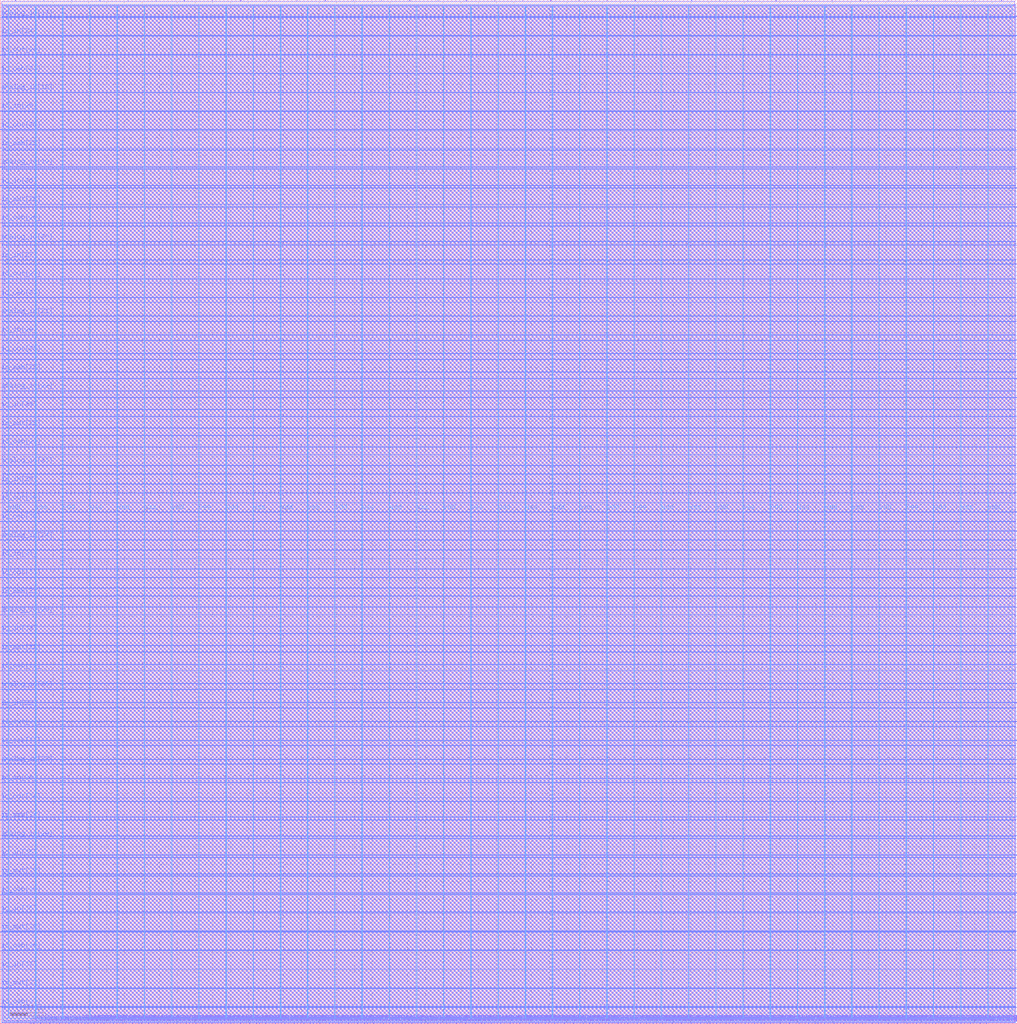
<source format=lef>
VERSION 5.7 ;
  NOWIREEXTENSIONATPIN ON ;
  DIVIDERCHAR "/" ;
  BUSBITCHARS "[]" ;
MACRO rift2Wrap
  CLASS BLOCK ;
  FOREIGN rift2Wrap ;
  ORIGIN 0.000 0.000 ;
  SIZE 2870.470 BY 2888.390 ;
  PIN analog_io[0]
    DIRECTION INOUT ;
    USE SIGNAL ;
    PORT
      LAYER Metal3 ;
        RECT 2866.470 1174.880 2870.470 1175.440 ;
    END
  END analog_io[0]
  PIN analog_io[10]
    DIRECTION INOUT ;
    USE SIGNAL ;
    PORT
      LAYER Metal2 ;
        RECT 2189.600 2884.390 2190.160 2888.390 ;
    END
  END analog_io[10]
  PIN analog_io[11]
    DIRECTION INOUT ;
    USE SIGNAL ;
    PORT
      LAYER Metal2 ;
        RECT 1871.520 2884.390 1872.080 2888.390 ;
    END
  END analog_io[11]
  PIN analog_io[12]
    DIRECTION INOUT ;
    USE SIGNAL ;
    PORT
      LAYER Metal2 ;
        RECT 1553.440 2884.390 1554.000 2888.390 ;
    END
  END analog_io[12]
  PIN analog_io[13]
    DIRECTION INOUT ;
    USE SIGNAL ;
    PORT
      LAYER Metal2 ;
        RECT 1235.360 2884.390 1235.920 2888.390 ;
    END
  END analog_io[13]
  PIN analog_io[14]
    DIRECTION INOUT ;
    USE SIGNAL ;
    PORT
      LAYER Metal2 ;
        RECT 917.280 2884.390 917.840 2888.390 ;
    END
  END analog_io[14]
  PIN analog_io[15]
    DIRECTION INOUT ;
    USE SIGNAL ;
    PORT
      LAYER Metal2 ;
        RECT 599.200 2884.390 599.760 2888.390 ;
    END
  END analog_io[15]
  PIN analog_io[16]
    DIRECTION INOUT ;
    USE SIGNAL ;
    PORT
      LAYER Metal2 ;
        RECT 281.120 2884.390 281.680 2888.390 ;
    END
  END analog_io[16]
  PIN analog_io[17]
    DIRECTION INOUT ;
    USE SIGNAL ;
    PORT
      LAYER Metal3 ;
        RECT 0.000 2838.080 4.000 2838.640 ;
    END
  END analog_io[17]
  PIN analog_io[18]
    DIRECTION INOUT ;
    USE SIGNAL ;
    PORT
      LAYER Metal3 ;
        RECT 0.000 2627.520 4.000 2628.080 ;
    END
  END analog_io[18]
  PIN analog_io[19]
    DIRECTION INOUT ;
    USE SIGNAL ;
    PORT
      LAYER Metal3 ;
        RECT 0.000 2416.960 4.000 2417.520 ;
    END
  END analog_io[19]
  PIN analog_io[1]
    DIRECTION INOUT ;
    USE SIGNAL ;
    PORT
      LAYER Metal3 ;
        RECT 2866.470 1389.920 2870.470 1390.480 ;
    END
  END analog_io[1]
  PIN analog_io[20]
    DIRECTION INOUT ;
    USE SIGNAL ;
    PORT
      LAYER Metal3 ;
        RECT 0.000 2206.400 4.000 2206.960 ;
    END
  END analog_io[20]
  PIN analog_io[21]
    DIRECTION INOUT ;
    USE SIGNAL ;
    PORT
      LAYER Metal3 ;
        RECT 0.000 1995.840 4.000 1996.400 ;
    END
  END analog_io[21]
  PIN analog_io[22]
    DIRECTION INOUT ;
    USE SIGNAL ;
    PORT
      LAYER Metal3 ;
        RECT 0.000 1785.280 4.000 1785.840 ;
    END
  END analog_io[22]
  PIN analog_io[23]
    DIRECTION INOUT ;
    USE SIGNAL ;
    PORT
      LAYER Metal3 ;
        RECT 0.000 1574.720 4.000 1575.280 ;
    END
  END analog_io[23]
  PIN analog_io[24]
    DIRECTION INOUT ;
    USE SIGNAL ;
    PORT
      LAYER Metal3 ;
        RECT 0.000 1364.160 4.000 1364.720 ;
    END
  END analog_io[24]
  PIN analog_io[25]
    DIRECTION INOUT ;
    USE SIGNAL ;
    PORT
      LAYER Metal3 ;
        RECT 0.000 1153.600 4.000 1154.160 ;
    END
  END analog_io[25]
  PIN analog_io[26]
    DIRECTION INOUT ;
    USE SIGNAL ;
    PORT
      LAYER Metal3 ;
        RECT 0.000 943.040 4.000 943.600 ;
    END
  END analog_io[26]
  PIN analog_io[27]
    DIRECTION INOUT ;
    USE SIGNAL ;
    PORT
      LAYER Metal3 ;
        RECT 0.000 732.480 4.000 733.040 ;
    END
  END analog_io[27]
  PIN analog_io[28]
    DIRECTION INOUT ;
    USE SIGNAL ;
    PORT
      LAYER Metal3 ;
        RECT 0.000 521.920 4.000 522.480 ;
    END
  END analog_io[28]
  PIN analog_io[2]
    DIRECTION INOUT ;
    USE SIGNAL ;
    PORT
      LAYER Metal3 ;
        RECT 2866.470 1604.960 2870.470 1605.520 ;
    END
  END analog_io[2]
  PIN analog_io[3]
    DIRECTION INOUT ;
    USE SIGNAL ;
    PORT
      LAYER Metal3 ;
        RECT 2866.470 1820.000 2870.470 1820.560 ;
    END
  END analog_io[3]
  PIN analog_io[4]
    DIRECTION INOUT ;
    USE SIGNAL ;
    PORT
      LAYER Metal3 ;
        RECT 2866.470 2035.040 2870.470 2035.600 ;
    END
  END analog_io[4]
  PIN analog_io[5]
    DIRECTION INOUT ;
    USE SIGNAL ;
    PORT
      LAYER Metal3 ;
        RECT 2866.470 2250.080 2870.470 2250.640 ;
    END
  END analog_io[5]
  PIN analog_io[6]
    DIRECTION INOUT ;
    USE SIGNAL ;
    PORT
      LAYER Metal3 ;
        RECT 2866.470 2465.120 2870.470 2465.680 ;
    END
  END analog_io[6]
  PIN analog_io[7]
    DIRECTION INOUT ;
    USE SIGNAL ;
    PORT
      LAYER Metal3 ;
        RECT 2866.470 2680.160 2870.470 2680.720 ;
    END
  END analog_io[7]
  PIN analog_io[8]
    DIRECTION INOUT ;
    USE SIGNAL ;
    PORT
      LAYER Metal2 ;
        RECT 2825.760 2884.390 2826.320 2888.390 ;
    END
  END analog_io[8]
  PIN analog_io[9]
    DIRECTION INOUT ;
    USE SIGNAL ;
    PORT
      LAYER Metal2 ;
        RECT 2507.680 2884.390 2508.240 2888.390 ;
    END
  END analog_io[9]
  PIN io_in[0]
    DIRECTION INPUT ;
    USE SIGNAL ;
    PORT
      LAYER Metal3 ;
        RECT 2866.470 45.920 2870.470 46.480 ;
    END
  END io_in[0]
  PIN io_in[10]
    DIRECTION INPUT ;
    USE SIGNAL ;
    ANTENNAGATEAREA 1.102000 ;
    ANTENNADIFFAREA 0.410400 ;
    PORT
      LAYER Metal3 ;
        RECT 2866.470 1873.760 2870.470 1874.320 ;
    END
  END io_in[10]
  PIN io_in[11]
    DIRECTION INPUT ;
    USE SIGNAL ;
    ANTENNAGATEAREA 2.204000 ;
    ANTENNADIFFAREA 0.410400 ;
    PORT
      LAYER Metal3 ;
        RECT 2866.470 2088.800 2870.470 2089.360 ;
    END
  END io_in[11]
  PIN io_in[12]
    DIRECTION INPUT ;
    USE SIGNAL ;
    ANTENNAGATEAREA 2.204000 ;
    ANTENNADIFFAREA 0.410400 ;
    PORT
      LAYER Metal3 ;
        RECT 2866.470 2303.840 2870.470 2304.400 ;
    END
  END io_in[12]
  PIN io_in[13]
    DIRECTION INPUT ;
    USE SIGNAL ;
    ANTENNAGATEAREA 2.369000 ;
    ANTENNADIFFAREA 0.410400 ;
    PORT
      LAYER Metal3 ;
        RECT 2866.470 2518.880 2870.470 2519.440 ;
    END
  END io_in[13]
  PIN io_in[14]
    DIRECTION INPUT ;
    USE SIGNAL ;
    ANTENNAGATEAREA 2.369000 ;
    ANTENNADIFFAREA 0.410400 ;
    PORT
      LAYER Metal3 ;
        RECT 2866.470 2733.920 2870.470 2734.480 ;
    END
  END io_in[14]
  PIN io_in[15]
    DIRECTION INPUT ;
    USE SIGNAL ;
    ANTENNAGATEAREA 2.369000 ;
    ANTENNADIFFAREA 0.410400 ;
    PORT
      LAYER Metal2 ;
        RECT 2746.240 2884.390 2746.800 2888.390 ;
    END
  END io_in[15]
  PIN io_in[16]
    DIRECTION INPUT ;
    USE SIGNAL ;
    ANTENNAGATEAREA 2.369000 ;
    ANTENNADIFFAREA 0.410400 ;
    PORT
      LAYER Metal2 ;
        RECT 2428.160 2884.390 2428.720 2888.390 ;
    END
  END io_in[16]
  PIN io_in[17]
    DIRECTION INPUT ;
    USE SIGNAL ;
    ANTENNAGATEAREA 2.204000 ;
    ANTENNADIFFAREA 0.410400 ;
    PORT
      LAYER Metal2 ;
        RECT 2110.080 2884.390 2110.640 2888.390 ;
    END
  END io_in[17]
  PIN io_in[18]
    DIRECTION INPUT ;
    USE SIGNAL ;
    ANTENNAGATEAREA 1.183000 ;
    ANTENNADIFFAREA 0.410400 ;
    PORT
      LAYER Metal2 ;
        RECT 1792.000 2884.390 1792.560 2888.390 ;
    END
  END io_in[18]
  PIN io_in[19]
    DIRECTION INPUT ;
    USE SIGNAL ;
    ANTENNAGATEAREA 2.204000 ;
    ANTENNADIFFAREA 0.410400 ;
    PORT
      LAYER Metal2 ;
        RECT 1473.920 2884.390 1474.480 2888.390 ;
    END
  END io_in[19]
  PIN io_in[1]
    DIRECTION INPUT ;
    USE SIGNAL ;
    PORT
      LAYER Metal3 ;
        RECT 2866.470 207.200 2870.470 207.760 ;
    END
  END io_in[1]
  PIN io_in[20]
    DIRECTION INPUT ;
    USE SIGNAL ;
    ANTENNAGATEAREA 2.204000 ;
    ANTENNADIFFAREA 0.410400 ;
    PORT
      LAYER Metal2 ;
        RECT 1155.840 2884.390 1156.400 2888.390 ;
    END
  END io_in[20]
  PIN io_in[21]
    DIRECTION INPUT ;
    USE SIGNAL ;
    ANTENNAGATEAREA 2.369000 ;
    ANTENNADIFFAREA 0.410400 ;
    PORT
      LAYER Metal2 ;
        RECT 837.760 2884.390 838.320 2888.390 ;
    END
  END io_in[21]
  PIN io_in[22]
    DIRECTION INPUT ;
    USE SIGNAL ;
    ANTENNAGATEAREA 2.369000 ;
    ANTENNADIFFAREA 0.410400 ;
    PORT
      LAYER Metal2 ;
        RECT 519.680 2884.390 520.240 2888.390 ;
    END
  END io_in[22]
  PIN io_in[23]
    DIRECTION INPUT ;
    USE SIGNAL ;
    ANTENNAGATEAREA 4.408000 ;
    ANTENNADIFFAREA 0.410400 ;
    PORT
      LAYER Metal2 ;
        RECT 201.600 2884.390 202.160 2888.390 ;
    END
  END io_in[23]
  PIN io_in[24]
    DIRECTION INPUT ;
    USE SIGNAL ;
    ANTENNAGATEAREA 6.612000 ;
    ANTENNADIFFAREA 0.410400 ;
    PORT
      LAYER Metal3 ;
        RECT 0.000 2785.440 4.000 2786.000 ;
    END
  END io_in[24]
  PIN io_in[25]
    DIRECTION INPUT ;
    USE SIGNAL ;
    PORT
      LAYER Metal3 ;
        RECT 0.000 2574.880 4.000 2575.440 ;
    END
  END io_in[25]
  PIN io_in[26]
    DIRECTION INPUT ;
    USE SIGNAL ;
    PORT
      LAYER Metal3 ;
        RECT 0.000 2364.320 4.000 2364.880 ;
    END
  END io_in[26]
  PIN io_in[27]
    DIRECTION INPUT ;
    USE SIGNAL ;
    ANTENNAGATEAREA 1.102000 ;
    ANTENNADIFFAREA 0.410400 ;
    PORT
      LAYER Metal3 ;
        RECT 0.000 2153.760 4.000 2154.320 ;
    END
  END io_in[27]
  PIN io_in[28]
    DIRECTION INPUT ;
    USE SIGNAL ;
    ANTENNAGATEAREA 0.741000 ;
    ANTENNADIFFAREA 0.410400 ;
    PORT
      LAYER Metal3 ;
        RECT 0.000 1943.200 4.000 1943.760 ;
    END
  END io_in[28]
  PIN io_in[29]
    DIRECTION INPUT ;
    USE SIGNAL ;
    PORT
      LAYER Metal3 ;
        RECT 0.000 1732.640 4.000 1733.200 ;
    END
  END io_in[29]
  PIN io_in[2]
    DIRECTION INPUT ;
    USE SIGNAL ;
    PORT
      LAYER Metal3 ;
        RECT 2866.470 368.480 2870.470 369.040 ;
    END
  END io_in[2]
  PIN io_in[30]
    DIRECTION INPUT ;
    USE SIGNAL ;
    ANTENNAGATEAREA 0.741000 ;
    ANTENNADIFFAREA 0.410400 ;
    PORT
      LAYER Metal3 ;
        RECT 0.000 1522.080 4.000 1522.640 ;
    END
  END io_in[30]
  PIN io_in[31]
    DIRECTION INPUT ;
    USE SIGNAL ;
    ANTENNAGATEAREA 0.726000 ;
    ANTENNADIFFAREA 0.410400 ;
    PORT
      LAYER Metal3 ;
        RECT 0.000 1311.520 4.000 1312.080 ;
    END
  END io_in[31]
  PIN io_in[32]
    DIRECTION INPUT ;
    USE SIGNAL ;
    ANTENNAGATEAREA 0.498500 ;
    ANTENNADIFFAREA 0.410400 ;
    PORT
      LAYER Metal3 ;
        RECT 0.000 1100.960 4.000 1101.520 ;
    END
  END io_in[32]
  PIN io_in[33]
    DIRECTION INPUT ;
    USE SIGNAL ;
    ANTENNAGATEAREA 0.498500 ;
    ANTENNADIFFAREA 0.410400 ;
    PORT
      LAYER Metal3 ;
        RECT 0.000 890.400 4.000 890.960 ;
    END
  END io_in[33]
  PIN io_in[34]
    DIRECTION INPUT ;
    USE SIGNAL ;
    ANTENNAGATEAREA 0.741000 ;
    ANTENNADIFFAREA 0.410400 ;
    PORT
      LAYER Metal3 ;
        RECT 0.000 679.840 4.000 680.400 ;
    END
  END io_in[34]
  PIN io_in[35]
    DIRECTION INPUT ;
    USE SIGNAL ;
    ANTENNAGATEAREA 0.726000 ;
    ANTENNADIFFAREA 0.410400 ;
    PORT
      LAYER Metal3 ;
        RECT 0.000 469.280 4.000 469.840 ;
    END
  END io_in[35]
  PIN io_in[36]
    DIRECTION INPUT ;
    USE SIGNAL ;
    ANTENNAGATEAREA 1.102000 ;
    ANTENNADIFFAREA 0.410400 ;
    PORT
      LAYER Metal3 ;
        RECT 0.000 311.360 4.000 311.920 ;
    END
  END io_in[36]
  PIN io_in[37]
    DIRECTION INPUT ;
    USE SIGNAL ;
    ANTENNAGATEAREA 1.102000 ;
    ANTENNADIFFAREA 0.410400 ;
    PORT
      LAYER Metal3 ;
        RECT 0.000 153.440 4.000 154.000 ;
    END
  END io_in[37]
  PIN io_in[3]
    DIRECTION INPUT ;
    USE SIGNAL ;
    PORT
      LAYER Metal3 ;
        RECT 2866.470 529.760 2870.470 530.320 ;
    END
  END io_in[3]
  PIN io_in[4]
    DIRECTION INPUT ;
    USE SIGNAL ;
    PORT
      LAYER Metal3 ;
        RECT 2866.470 691.040 2870.470 691.600 ;
    END
  END io_in[4]
  PIN io_in[5]
    DIRECTION INPUT ;
    USE SIGNAL ;
    PORT
      LAYER Metal3 ;
        RECT 2866.470 852.320 2870.470 852.880 ;
    END
  END io_in[5]
  PIN io_in[6]
    DIRECTION INPUT ;
    USE SIGNAL ;
    PORT
      LAYER Metal3 ;
        RECT 2866.470 1013.600 2870.470 1014.160 ;
    END
  END io_in[6]
  PIN io_in[7]
    DIRECTION INPUT ;
    USE SIGNAL ;
    PORT
      LAYER Metal3 ;
        RECT 2866.470 1228.640 2870.470 1229.200 ;
    END
  END io_in[7]
  PIN io_in[8]
    DIRECTION INPUT ;
    USE SIGNAL ;
    ANTENNAGATEAREA 2.204000 ;
    ANTENNADIFFAREA 0.410400 ;
    PORT
      LAYER Metal3 ;
        RECT 2866.470 1443.680 2870.470 1444.240 ;
    END
  END io_in[8]
  PIN io_in[9]
    DIRECTION INPUT ;
    USE SIGNAL ;
    ANTENNAGATEAREA 2.204000 ;
    ANTENNADIFFAREA 0.410400 ;
    PORT
      LAYER Metal3 ;
        RECT 2866.470 1658.720 2870.470 1659.280 ;
    END
  END io_in[9]
  PIN io_oeb[0]
    DIRECTION OUTPUT TRISTATE ;
    USE SIGNAL ;
    ANTENNADIFFAREA 0.360800 ;
    PORT
      LAYER Metal3 ;
        RECT 2866.470 153.440 2870.470 154.000 ;
    END
  END io_oeb[0]
  PIN io_oeb[10]
    DIRECTION OUTPUT TRISTATE ;
    USE SIGNAL ;
    ANTENNADIFFAREA 4.731200 ;
    PORT
      LAYER Metal3 ;
        RECT 2866.470 1981.280 2870.470 1981.840 ;
    END
  END io_oeb[10]
  PIN io_oeb[11]
    DIRECTION OUTPUT TRISTATE ;
    USE SIGNAL ;
    ANTENNADIFFAREA 4.731200 ;
    PORT
      LAYER Metal3 ;
        RECT 2866.470 2196.320 2870.470 2196.880 ;
    END
  END io_oeb[11]
  PIN io_oeb[12]
    DIRECTION OUTPUT TRISTATE ;
    USE SIGNAL ;
    ANTENNADIFFAREA 4.731200 ;
    PORT
      LAYER Metal3 ;
        RECT 2866.470 2411.360 2870.470 2411.920 ;
    END
  END io_oeb[12]
  PIN io_oeb[13]
    DIRECTION OUTPUT TRISTATE ;
    USE SIGNAL ;
    ANTENNADIFFAREA 4.731200 ;
    PORT
      LAYER Metal3 ;
        RECT 2866.470 2626.400 2870.470 2626.960 ;
    END
  END io_oeb[13]
  PIN io_oeb[14]
    DIRECTION OUTPUT TRISTATE ;
    USE SIGNAL ;
    ANTENNADIFFAREA 4.731200 ;
    PORT
      LAYER Metal3 ;
        RECT 2866.470 2841.440 2870.470 2842.000 ;
    END
  END io_oeb[14]
  PIN io_oeb[15]
    DIRECTION OUTPUT TRISTATE ;
    USE SIGNAL ;
    ANTENNADIFFAREA 4.731200 ;
    PORT
      LAYER Metal2 ;
        RECT 2587.200 2884.390 2587.760 2888.390 ;
    END
  END io_oeb[15]
  PIN io_oeb[16]
    DIRECTION OUTPUT TRISTATE ;
    USE SIGNAL ;
    ANTENNADIFFAREA 4.731200 ;
    PORT
      LAYER Metal2 ;
        RECT 2269.120 2884.390 2269.680 2888.390 ;
    END
  END io_oeb[16]
  PIN io_oeb[17]
    DIRECTION OUTPUT TRISTATE ;
    USE SIGNAL ;
    ANTENNADIFFAREA 4.731200 ;
    PORT
      LAYER Metal2 ;
        RECT 1951.040 2884.390 1951.600 2888.390 ;
    END
  END io_oeb[17]
  PIN io_oeb[18]
    DIRECTION OUTPUT TRISTATE ;
    USE SIGNAL ;
    ANTENNADIFFAREA 4.731200 ;
    PORT
      LAYER Metal2 ;
        RECT 1632.960 2884.390 1633.520 2888.390 ;
    END
  END io_oeb[18]
  PIN io_oeb[19]
    DIRECTION OUTPUT TRISTATE ;
    USE SIGNAL ;
    ANTENNADIFFAREA 4.731200 ;
    PORT
      LAYER Metal2 ;
        RECT 1314.880 2884.390 1315.440 2888.390 ;
    END
  END io_oeb[19]
  PIN io_oeb[1]
    DIRECTION OUTPUT TRISTATE ;
    USE SIGNAL ;
    ANTENNADIFFAREA 0.360800 ;
    PORT
      LAYER Metal3 ;
        RECT 2866.470 314.720 2870.470 315.280 ;
    END
  END io_oeb[1]
  PIN io_oeb[20]
    DIRECTION OUTPUT TRISTATE ;
    USE SIGNAL ;
    ANTENNADIFFAREA 4.731200 ;
    PORT
      LAYER Metal2 ;
        RECT 996.800 2884.390 997.360 2888.390 ;
    END
  END io_oeb[20]
  PIN io_oeb[21]
    DIRECTION OUTPUT TRISTATE ;
    USE SIGNAL ;
    ANTENNADIFFAREA 4.731200 ;
    PORT
      LAYER Metal2 ;
        RECT 678.720 2884.390 679.280 2888.390 ;
    END
  END io_oeb[21]
  PIN io_oeb[22]
    DIRECTION OUTPUT TRISTATE ;
    USE SIGNAL ;
    ANTENNADIFFAREA 4.731200 ;
    PORT
      LAYER Metal2 ;
        RECT 360.640 2884.390 361.200 2888.390 ;
    END
  END io_oeb[22]
  PIN io_oeb[23]
    DIRECTION OUTPUT TRISTATE ;
    USE SIGNAL ;
    ANTENNADIFFAREA 4.731200 ;
    PORT
      LAYER Metal2 ;
        RECT 42.560 2884.390 43.120 2888.390 ;
    END
  END io_oeb[23]
  PIN io_oeb[24]
    DIRECTION OUTPUT TRISTATE ;
    USE SIGNAL ;
    ANTENNADIFFAREA 0.536800 ;
    PORT
      LAYER Metal3 ;
        RECT 0.000 2680.160 4.000 2680.720 ;
    END
  END io_oeb[24]
  PIN io_oeb[25]
    DIRECTION OUTPUT TRISTATE ;
    USE SIGNAL ;
    ANTENNADIFFAREA 0.360800 ;
    PORT
      LAYER Metal3 ;
        RECT 0.000 2469.600 4.000 2470.160 ;
    END
  END io_oeb[25]
  PIN io_oeb[26]
    DIRECTION OUTPUT TRISTATE ;
    USE SIGNAL ;
    ANTENNADIFFAREA 0.360800 ;
    PORT
      LAYER Metal3 ;
        RECT 0.000 2259.040 4.000 2259.600 ;
    END
  END io_oeb[26]
  PIN io_oeb[27]
    DIRECTION OUTPUT TRISTATE ;
    USE SIGNAL ;
    ANTENNADIFFAREA 0.536800 ;
    PORT
      LAYER Metal3 ;
        RECT 0.000 2048.480 4.000 2049.040 ;
    END
  END io_oeb[27]
  PIN io_oeb[28]
    DIRECTION OUTPUT TRISTATE ;
    USE SIGNAL ;
    ANTENNADIFFAREA 0.536800 ;
    PORT
      LAYER Metal3 ;
        RECT 0.000 1837.920 4.000 1838.480 ;
    END
  END io_oeb[28]
  PIN io_oeb[29]
    DIRECTION OUTPUT TRISTATE ;
    USE SIGNAL ;
    ANTENNADIFFAREA 0.360800 ;
    PORT
      LAYER Metal3 ;
        RECT 0.000 1627.360 4.000 1627.920 ;
    END
  END io_oeb[29]
  PIN io_oeb[2]
    DIRECTION OUTPUT TRISTATE ;
    USE SIGNAL ;
    ANTENNADIFFAREA 0.360800 ;
    PORT
      LAYER Metal3 ;
        RECT 2866.470 476.000 2870.470 476.560 ;
    END
  END io_oeb[2]
  PIN io_oeb[30]
    DIRECTION OUTPUT TRISTATE ;
    USE SIGNAL ;
    ANTENNADIFFAREA 0.536800 ;
    PORT
      LAYER Metal3 ;
        RECT 0.000 1416.800 4.000 1417.360 ;
    END
  END io_oeb[30]
  PIN io_oeb[31]
    DIRECTION OUTPUT TRISTATE ;
    USE SIGNAL ;
    ANTENNADIFFAREA 0.536800 ;
    PORT
      LAYER Metal3 ;
        RECT 0.000 1206.240 4.000 1206.800 ;
    END
  END io_oeb[31]
  PIN io_oeb[32]
    DIRECTION OUTPUT TRISTATE ;
    USE SIGNAL ;
    ANTENNADIFFAREA 0.536800 ;
    PORT
      LAYER Metal3 ;
        RECT 0.000 995.680 4.000 996.240 ;
    END
  END io_oeb[32]
  PIN io_oeb[33]
    DIRECTION OUTPUT TRISTATE ;
    USE SIGNAL ;
    ANTENNADIFFAREA 0.536800 ;
    PORT
      LAYER Metal3 ;
        RECT 0.000 785.120 4.000 785.680 ;
    END
  END io_oeb[33]
  PIN io_oeb[34]
    DIRECTION OUTPUT TRISTATE ;
    USE SIGNAL ;
    ANTENNADIFFAREA 0.536800 ;
    PORT
      LAYER Metal3 ;
        RECT 0.000 574.560 4.000 575.120 ;
    END
  END io_oeb[34]
  PIN io_oeb[35]
    DIRECTION OUTPUT TRISTATE ;
    USE SIGNAL ;
    ANTENNADIFFAREA 0.536800 ;
    PORT
      LAYER Metal3 ;
        RECT 0.000 364.000 4.000 364.560 ;
    END
  END io_oeb[35]
  PIN io_oeb[36]
    DIRECTION OUTPUT TRISTATE ;
    USE SIGNAL ;
    ANTENNADIFFAREA 0.536800 ;
    PORT
      LAYER Metal3 ;
        RECT 0.000 206.080 4.000 206.640 ;
    END
  END io_oeb[36]
  PIN io_oeb[37]
    DIRECTION OUTPUT TRISTATE ;
    USE SIGNAL ;
    ANTENNADIFFAREA 0.536800 ;
    PORT
      LAYER Metal3 ;
        RECT 0.000 48.160 4.000 48.720 ;
    END
  END io_oeb[37]
  PIN io_oeb[3]
    DIRECTION OUTPUT TRISTATE ;
    USE SIGNAL ;
    ANTENNADIFFAREA 0.360800 ;
    PORT
      LAYER Metal3 ;
        RECT 2866.470 637.280 2870.470 637.840 ;
    END
  END io_oeb[3]
  PIN io_oeb[4]
    DIRECTION OUTPUT TRISTATE ;
    USE SIGNAL ;
    ANTENNADIFFAREA 0.360800 ;
    PORT
      LAYER Metal3 ;
        RECT 2866.470 798.560 2870.470 799.120 ;
    END
  END io_oeb[4]
  PIN io_oeb[5]
    DIRECTION OUTPUT TRISTATE ;
    USE SIGNAL ;
    ANTENNADIFFAREA 0.360800 ;
    PORT
      LAYER Metal3 ;
        RECT 2866.470 959.840 2870.470 960.400 ;
    END
  END io_oeb[5]
  PIN io_oeb[6]
    DIRECTION OUTPUT TRISTATE ;
    USE SIGNAL ;
    ANTENNADIFFAREA 0.360800 ;
    PORT
      LAYER Metal3 ;
        RECT 2866.470 1121.120 2870.470 1121.680 ;
    END
  END io_oeb[6]
  PIN io_oeb[7]
    DIRECTION OUTPUT TRISTATE ;
    USE SIGNAL ;
    ANTENNADIFFAREA 0.360800 ;
    PORT
      LAYER Metal3 ;
        RECT 2866.470 1336.160 2870.470 1336.720 ;
    END
  END io_oeb[7]
  PIN io_oeb[8]
    DIRECTION OUTPUT TRISTATE ;
    USE SIGNAL ;
    ANTENNADIFFAREA 4.731200 ;
    PORT
      LAYER Metal3 ;
        RECT 2866.470 1551.200 2870.470 1551.760 ;
    END
  END io_oeb[8]
  PIN io_oeb[9]
    DIRECTION OUTPUT TRISTATE ;
    USE SIGNAL ;
    ANTENNADIFFAREA 4.731200 ;
    PORT
      LAYER Metal3 ;
        RECT 2866.470 1766.240 2870.470 1766.800 ;
    END
  END io_oeb[9]
  PIN io_out[0]
    DIRECTION OUTPUT TRISTATE ;
    USE SIGNAL ;
    ANTENNADIFFAREA 0.360800 ;
    PORT
      LAYER Metal3 ;
        RECT 2866.470 99.680 2870.470 100.240 ;
    END
  END io_out[0]
  PIN io_out[10]
    DIRECTION OUTPUT TRISTATE ;
    USE SIGNAL ;
    ANTENNADIFFAREA 4.731200 ;
    PORT
      LAYER Metal3 ;
        RECT 2866.470 1927.520 2870.470 1928.080 ;
    END
  END io_out[10]
  PIN io_out[11]
    DIRECTION OUTPUT TRISTATE ;
    USE SIGNAL ;
    ANTENNADIFFAREA 4.731200 ;
    PORT
      LAYER Metal3 ;
        RECT 2866.470 2142.560 2870.470 2143.120 ;
    END
  END io_out[11]
  PIN io_out[12]
    DIRECTION OUTPUT TRISTATE ;
    USE SIGNAL ;
    ANTENNADIFFAREA 4.731200 ;
    PORT
      LAYER Metal3 ;
        RECT 2866.470 2357.600 2870.470 2358.160 ;
    END
  END io_out[12]
  PIN io_out[13]
    DIRECTION OUTPUT TRISTATE ;
    USE SIGNAL ;
    ANTENNADIFFAREA 4.731200 ;
    PORT
      LAYER Metal3 ;
        RECT 2866.470 2572.640 2870.470 2573.200 ;
    END
  END io_out[13]
  PIN io_out[14]
    DIRECTION OUTPUT TRISTATE ;
    USE SIGNAL ;
    ANTENNADIFFAREA 4.731200 ;
    PORT
      LAYER Metal3 ;
        RECT 2866.470 2787.680 2870.470 2788.240 ;
    END
  END io_out[14]
  PIN io_out[15]
    DIRECTION OUTPUT TRISTATE ;
    USE SIGNAL ;
    ANTENNADIFFAREA 4.731200 ;
    PORT
      LAYER Metal2 ;
        RECT 2666.720 2884.390 2667.280 2888.390 ;
    END
  END io_out[15]
  PIN io_out[16]
    DIRECTION OUTPUT TRISTATE ;
    USE SIGNAL ;
    ANTENNADIFFAREA 4.731200 ;
    PORT
      LAYER Metal2 ;
        RECT 2348.640 2884.390 2349.200 2888.390 ;
    END
  END io_out[16]
  PIN io_out[17]
    DIRECTION OUTPUT TRISTATE ;
    USE SIGNAL ;
    ANTENNADIFFAREA 4.731200 ;
    PORT
      LAYER Metal2 ;
        RECT 2030.560 2884.390 2031.120 2888.390 ;
    END
  END io_out[17]
  PIN io_out[18]
    DIRECTION OUTPUT TRISTATE ;
    USE SIGNAL ;
    ANTENNADIFFAREA 4.731200 ;
    PORT
      LAYER Metal2 ;
        RECT 1712.480 2884.390 1713.040 2888.390 ;
    END
  END io_out[18]
  PIN io_out[19]
    DIRECTION OUTPUT TRISTATE ;
    USE SIGNAL ;
    ANTENNADIFFAREA 4.731200 ;
    PORT
      LAYER Metal2 ;
        RECT 1394.400 2884.390 1394.960 2888.390 ;
    END
  END io_out[19]
  PIN io_out[1]
    DIRECTION OUTPUT TRISTATE ;
    USE SIGNAL ;
    ANTENNADIFFAREA 0.360800 ;
    PORT
      LAYER Metal3 ;
        RECT 2866.470 260.960 2870.470 261.520 ;
    END
  END io_out[1]
  PIN io_out[20]
    DIRECTION OUTPUT TRISTATE ;
    USE SIGNAL ;
    ANTENNADIFFAREA 4.731200 ;
    PORT
      LAYER Metal2 ;
        RECT 1076.320 2884.390 1076.880 2888.390 ;
    END
  END io_out[20]
  PIN io_out[21]
    DIRECTION OUTPUT TRISTATE ;
    USE SIGNAL ;
    ANTENNADIFFAREA 4.731200 ;
    PORT
      LAYER Metal2 ;
        RECT 758.240 2884.390 758.800 2888.390 ;
    END
  END io_out[21]
  PIN io_out[22]
    DIRECTION OUTPUT TRISTATE ;
    USE SIGNAL ;
    ANTENNADIFFAREA 4.731200 ;
    PORT
      LAYER Metal2 ;
        RECT 440.160 2884.390 440.720 2888.390 ;
    END
  END io_out[22]
  PIN io_out[23]
    DIRECTION OUTPUT TRISTATE ;
    USE SIGNAL ;
    ANTENNADIFFAREA 4.731200 ;
    PORT
      LAYER Metal2 ;
        RECT 122.080 2884.390 122.640 2888.390 ;
    END
  END io_out[23]
  PIN io_out[24]
    DIRECTION OUTPUT TRISTATE ;
    USE SIGNAL ;
    ANTENNADIFFAREA 0.360800 ;
    PORT
      LAYER Metal3 ;
        RECT 0.000 2732.800 4.000 2733.360 ;
    END
  END io_out[24]
  PIN io_out[25]
    DIRECTION OUTPUT TRISTATE ;
    USE SIGNAL ;
    ANTENNADIFFAREA 4.731200 ;
    PORT
      LAYER Metal3 ;
        RECT 0.000 2522.240 4.000 2522.800 ;
    END
  END io_out[25]
  PIN io_out[26]
    DIRECTION OUTPUT TRISTATE ;
    USE SIGNAL ;
    ANTENNADIFFAREA 0.897600 ;
    PORT
      LAYER Metal3 ;
        RECT 0.000 2311.680 4.000 2312.240 ;
    END
  END io_out[26]
  PIN io_out[27]
    DIRECTION OUTPUT TRISTATE ;
    USE SIGNAL ;
    ANTENNADIFFAREA 0.360800 ;
    PORT
      LAYER Metal3 ;
        RECT 0.000 2101.120 4.000 2101.680 ;
    END
  END io_out[27]
  PIN io_out[28]
    DIRECTION OUTPUT TRISTATE ;
    USE SIGNAL ;
    ANTENNADIFFAREA 0.360800 ;
    PORT
      LAYER Metal3 ;
        RECT 0.000 1890.560 4.000 1891.120 ;
    END
  END io_out[28]
  PIN io_out[29]
    DIRECTION OUTPUT TRISTATE ;
    USE SIGNAL ;
    ANTENNADIFFAREA 4.731200 ;
    PORT
      LAYER Metal3 ;
        RECT 0.000 1680.000 4.000 1680.560 ;
    END
  END io_out[29]
  PIN io_out[2]
    DIRECTION OUTPUT TRISTATE ;
    USE SIGNAL ;
    ANTENNADIFFAREA 0.360800 ;
    PORT
      LAYER Metal3 ;
        RECT 2866.470 422.240 2870.470 422.800 ;
    END
  END io_out[2]
  PIN io_out[30]
    DIRECTION OUTPUT TRISTATE ;
    USE SIGNAL ;
    ANTENNADIFFAREA 0.360800 ;
    PORT
      LAYER Metal3 ;
        RECT 0.000 1469.440 4.000 1470.000 ;
    END
  END io_out[30]
  PIN io_out[31]
    DIRECTION OUTPUT TRISTATE ;
    USE SIGNAL ;
    ANTENNADIFFAREA 0.360800 ;
    PORT
      LAYER Metal3 ;
        RECT 0.000 1258.880 4.000 1259.440 ;
    END
  END io_out[31]
  PIN io_out[32]
    DIRECTION OUTPUT TRISTATE ;
    USE SIGNAL ;
    ANTENNADIFFAREA 0.360800 ;
    PORT
      LAYER Metal3 ;
        RECT 0.000 1048.320 4.000 1048.880 ;
    END
  END io_out[32]
  PIN io_out[33]
    DIRECTION OUTPUT TRISTATE ;
    USE SIGNAL ;
    ANTENNADIFFAREA 0.360800 ;
    PORT
      LAYER Metal3 ;
        RECT 0.000 837.760 4.000 838.320 ;
    END
  END io_out[33]
  PIN io_out[34]
    DIRECTION OUTPUT TRISTATE ;
    USE SIGNAL ;
    ANTENNADIFFAREA 0.360800 ;
    PORT
      LAYER Metal3 ;
        RECT 0.000 627.200 4.000 627.760 ;
    END
  END io_out[34]
  PIN io_out[35]
    DIRECTION OUTPUT TRISTATE ;
    USE SIGNAL ;
    ANTENNADIFFAREA 0.360800 ;
    PORT
      LAYER Metal3 ;
        RECT 0.000 416.640 4.000 417.200 ;
    END
  END io_out[35]
  PIN io_out[36]
    DIRECTION OUTPUT TRISTATE ;
    USE SIGNAL ;
    ANTENNADIFFAREA 0.360800 ;
    PORT
      LAYER Metal3 ;
        RECT 0.000 258.720 4.000 259.280 ;
    END
  END io_out[36]
  PIN io_out[37]
    DIRECTION OUTPUT TRISTATE ;
    USE SIGNAL ;
    ANTENNADIFFAREA 0.360800 ;
    PORT
      LAYER Metal3 ;
        RECT 0.000 100.800 4.000 101.360 ;
    END
  END io_out[37]
  PIN io_out[3]
    DIRECTION OUTPUT TRISTATE ;
    USE SIGNAL ;
    ANTENNADIFFAREA 0.360800 ;
    PORT
      LAYER Metal3 ;
        RECT 2866.470 583.520 2870.470 584.080 ;
    END
  END io_out[3]
  PIN io_out[4]
    DIRECTION OUTPUT TRISTATE ;
    USE SIGNAL ;
    ANTENNADIFFAREA 0.360800 ;
    PORT
      LAYER Metal3 ;
        RECT 2866.470 744.800 2870.470 745.360 ;
    END
  END io_out[4]
  PIN io_out[5]
    DIRECTION OUTPUT TRISTATE ;
    USE SIGNAL ;
    ANTENNADIFFAREA 0.360800 ;
    PORT
      LAYER Metal3 ;
        RECT 2866.470 906.080 2870.470 906.640 ;
    END
  END io_out[5]
  PIN io_out[6]
    DIRECTION OUTPUT TRISTATE ;
    USE SIGNAL ;
    ANTENNADIFFAREA 0.360800 ;
    PORT
      LAYER Metal3 ;
        RECT 2866.470 1067.360 2870.470 1067.920 ;
    END
  END io_out[6]
  PIN io_out[7]
    DIRECTION OUTPUT TRISTATE ;
    USE SIGNAL ;
    ANTENNADIFFAREA 0.360800 ;
    PORT
      LAYER Metal3 ;
        RECT 2866.470 1282.400 2870.470 1282.960 ;
    END
  END io_out[7]
  PIN io_out[8]
    DIRECTION OUTPUT TRISTATE ;
    USE SIGNAL ;
    ANTENNADIFFAREA 4.731200 ;
    PORT
      LAYER Metal3 ;
        RECT 2866.470 1497.440 2870.470 1498.000 ;
    END
  END io_out[8]
  PIN io_out[9]
    DIRECTION OUTPUT TRISTATE ;
    USE SIGNAL ;
    ANTENNADIFFAREA 4.731200 ;
    PORT
      LAYER Metal3 ;
        RECT 2866.470 1712.480 2870.470 1713.040 ;
    END
  END io_out[9]
  PIN la_data_in[0]
    DIRECTION INPUT ;
    USE SIGNAL ;
    PORT
      LAYER Metal2 ;
        RECT 1036.000 0.000 1036.560 4.000 ;
    END
  END la_data_in[0]
  PIN la_data_in[10]
    DIRECTION INPUT ;
    USE SIGNAL ;
    PORT
      LAYER Metal2 ;
        RECT 1304.800 0.000 1305.360 4.000 ;
    END
  END la_data_in[10]
  PIN la_data_in[11]
    DIRECTION INPUT ;
    USE SIGNAL ;
    PORT
      LAYER Metal2 ;
        RECT 1331.680 0.000 1332.240 4.000 ;
    END
  END la_data_in[11]
  PIN la_data_in[12]
    DIRECTION INPUT ;
    USE SIGNAL ;
    PORT
      LAYER Metal2 ;
        RECT 1358.560 0.000 1359.120 4.000 ;
    END
  END la_data_in[12]
  PIN la_data_in[13]
    DIRECTION INPUT ;
    USE SIGNAL ;
    PORT
      LAYER Metal2 ;
        RECT 1385.440 0.000 1386.000 4.000 ;
    END
  END la_data_in[13]
  PIN la_data_in[14]
    DIRECTION INPUT ;
    USE SIGNAL ;
    PORT
      LAYER Metal2 ;
        RECT 1412.320 0.000 1412.880 4.000 ;
    END
  END la_data_in[14]
  PIN la_data_in[15]
    DIRECTION INPUT ;
    USE SIGNAL ;
    PORT
      LAYER Metal2 ;
        RECT 1439.200 0.000 1439.760 4.000 ;
    END
  END la_data_in[15]
  PIN la_data_in[16]
    DIRECTION INPUT ;
    USE SIGNAL ;
    PORT
      LAYER Metal2 ;
        RECT 1466.080 0.000 1466.640 4.000 ;
    END
  END la_data_in[16]
  PIN la_data_in[17]
    DIRECTION INPUT ;
    USE SIGNAL ;
    PORT
      LAYER Metal2 ;
        RECT 1492.960 0.000 1493.520 4.000 ;
    END
  END la_data_in[17]
  PIN la_data_in[18]
    DIRECTION INPUT ;
    USE SIGNAL ;
    PORT
      LAYER Metal2 ;
        RECT 1519.840 0.000 1520.400 4.000 ;
    END
  END la_data_in[18]
  PIN la_data_in[19]
    DIRECTION INPUT ;
    USE SIGNAL ;
    PORT
      LAYER Metal2 ;
        RECT 1546.720 0.000 1547.280 4.000 ;
    END
  END la_data_in[19]
  PIN la_data_in[1]
    DIRECTION INPUT ;
    USE SIGNAL ;
    PORT
      LAYER Metal2 ;
        RECT 1062.880 0.000 1063.440 4.000 ;
    END
  END la_data_in[1]
  PIN la_data_in[20]
    DIRECTION INPUT ;
    USE SIGNAL ;
    PORT
      LAYER Metal2 ;
        RECT 1573.600 0.000 1574.160 4.000 ;
    END
  END la_data_in[20]
  PIN la_data_in[21]
    DIRECTION INPUT ;
    USE SIGNAL ;
    PORT
      LAYER Metal2 ;
        RECT 1600.480 0.000 1601.040 4.000 ;
    END
  END la_data_in[21]
  PIN la_data_in[22]
    DIRECTION INPUT ;
    USE SIGNAL ;
    PORT
      LAYER Metal2 ;
        RECT 1627.360 0.000 1627.920 4.000 ;
    END
  END la_data_in[22]
  PIN la_data_in[23]
    DIRECTION INPUT ;
    USE SIGNAL ;
    PORT
      LAYER Metal2 ;
        RECT 1654.240 0.000 1654.800 4.000 ;
    END
  END la_data_in[23]
  PIN la_data_in[24]
    DIRECTION INPUT ;
    USE SIGNAL ;
    PORT
      LAYER Metal2 ;
        RECT 1681.120 0.000 1681.680 4.000 ;
    END
  END la_data_in[24]
  PIN la_data_in[25]
    DIRECTION INPUT ;
    USE SIGNAL ;
    PORT
      LAYER Metal2 ;
        RECT 1708.000 0.000 1708.560 4.000 ;
    END
  END la_data_in[25]
  PIN la_data_in[26]
    DIRECTION INPUT ;
    USE SIGNAL ;
    PORT
      LAYER Metal2 ;
        RECT 1734.880 0.000 1735.440 4.000 ;
    END
  END la_data_in[26]
  PIN la_data_in[27]
    DIRECTION INPUT ;
    USE SIGNAL ;
    PORT
      LAYER Metal2 ;
        RECT 1761.760 0.000 1762.320 4.000 ;
    END
  END la_data_in[27]
  PIN la_data_in[28]
    DIRECTION INPUT ;
    USE SIGNAL ;
    PORT
      LAYER Metal2 ;
        RECT 1788.640 0.000 1789.200 4.000 ;
    END
  END la_data_in[28]
  PIN la_data_in[29]
    DIRECTION INPUT ;
    USE SIGNAL ;
    PORT
      LAYER Metal2 ;
        RECT 1815.520 0.000 1816.080 4.000 ;
    END
  END la_data_in[29]
  PIN la_data_in[2]
    DIRECTION INPUT ;
    USE SIGNAL ;
    PORT
      LAYER Metal2 ;
        RECT 1089.760 0.000 1090.320 4.000 ;
    END
  END la_data_in[2]
  PIN la_data_in[30]
    DIRECTION INPUT ;
    USE SIGNAL ;
    PORT
      LAYER Metal2 ;
        RECT 1842.400 0.000 1842.960 4.000 ;
    END
  END la_data_in[30]
  PIN la_data_in[31]
    DIRECTION INPUT ;
    USE SIGNAL ;
    PORT
      LAYER Metal2 ;
        RECT 1869.280 0.000 1869.840 4.000 ;
    END
  END la_data_in[31]
  PIN la_data_in[32]
    DIRECTION INPUT ;
    USE SIGNAL ;
    PORT
      LAYER Metal2 ;
        RECT 1896.160 0.000 1896.720 4.000 ;
    END
  END la_data_in[32]
  PIN la_data_in[33]
    DIRECTION INPUT ;
    USE SIGNAL ;
    PORT
      LAYER Metal2 ;
        RECT 1923.040 0.000 1923.600 4.000 ;
    END
  END la_data_in[33]
  PIN la_data_in[34]
    DIRECTION INPUT ;
    USE SIGNAL ;
    PORT
      LAYER Metal2 ;
        RECT 1949.920 0.000 1950.480 4.000 ;
    END
  END la_data_in[34]
  PIN la_data_in[35]
    DIRECTION INPUT ;
    USE SIGNAL ;
    PORT
      LAYER Metal2 ;
        RECT 1976.800 0.000 1977.360 4.000 ;
    END
  END la_data_in[35]
  PIN la_data_in[36]
    DIRECTION INPUT ;
    USE SIGNAL ;
    PORT
      LAYER Metal2 ;
        RECT 2003.680 0.000 2004.240 4.000 ;
    END
  END la_data_in[36]
  PIN la_data_in[37]
    DIRECTION INPUT ;
    USE SIGNAL ;
    PORT
      LAYER Metal2 ;
        RECT 2030.560 0.000 2031.120 4.000 ;
    END
  END la_data_in[37]
  PIN la_data_in[38]
    DIRECTION INPUT ;
    USE SIGNAL ;
    PORT
      LAYER Metal2 ;
        RECT 2057.440 0.000 2058.000 4.000 ;
    END
  END la_data_in[38]
  PIN la_data_in[39]
    DIRECTION INPUT ;
    USE SIGNAL ;
    PORT
      LAYER Metal2 ;
        RECT 2084.320 0.000 2084.880 4.000 ;
    END
  END la_data_in[39]
  PIN la_data_in[3]
    DIRECTION INPUT ;
    USE SIGNAL ;
    PORT
      LAYER Metal2 ;
        RECT 1116.640 0.000 1117.200 4.000 ;
    END
  END la_data_in[3]
  PIN la_data_in[40]
    DIRECTION INPUT ;
    USE SIGNAL ;
    PORT
      LAYER Metal2 ;
        RECT 2111.200 0.000 2111.760 4.000 ;
    END
  END la_data_in[40]
  PIN la_data_in[41]
    DIRECTION INPUT ;
    USE SIGNAL ;
    PORT
      LAYER Metal2 ;
        RECT 2138.080 0.000 2138.640 4.000 ;
    END
  END la_data_in[41]
  PIN la_data_in[42]
    DIRECTION INPUT ;
    USE SIGNAL ;
    PORT
      LAYER Metal2 ;
        RECT 2164.960 0.000 2165.520 4.000 ;
    END
  END la_data_in[42]
  PIN la_data_in[43]
    DIRECTION INPUT ;
    USE SIGNAL ;
    PORT
      LAYER Metal2 ;
        RECT 2191.840 0.000 2192.400 4.000 ;
    END
  END la_data_in[43]
  PIN la_data_in[44]
    DIRECTION INPUT ;
    USE SIGNAL ;
    PORT
      LAYER Metal2 ;
        RECT 2218.720 0.000 2219.280 4.000 ;
    END
  END la_data_in[44]
  PIN la_data_in[45]
    DIRECTION INPUT ;
    USE SIGNAL ;
    PORT
      LAYER Metal2 ;
        RECT 2245.600 0.000 2246.160 4.000 ;
    END
  END la_data_in[45]
  PIN la_data_in[46]
    DIRECTION INPUT ;
    USE SIGNAL ;
    PORT
      LAYER Metal2 ;
        RECT 2272.480 0.000 2273.040 4.000 ;
    END
  END la_data_in[46]
  PIN la_data_in[47]
    DIRECTION INPUT ;
    USE SIGNAL ;
    PORT
      LAYER Metal2 ;
        RECT 2299.360 0.000 2299.920 4.000 ;
    END
  END la_data_in[47]
  PIN la_data_in[48]
    DIRECTION INPUT ;
    USE SIGNAL ;
    PORT
      LAYER Metal2 ;
        RECT 2326.240 0.000 2326.800 4.000 ;
    END
  END la_data_in[48]
  PIN la_data_in[49]
    DIRECTION INPUT ;
    USE SIGNAL ;
    PORT
      LAYER Metal2 ;
        RECT 2353.120 0.000 2353.680 4.000 ;
    END
  END la_data_in[49]
  PIN la_data_in[4]
    DIRECTION INPUT ;
    USE SIGNAL ;
    PORT
      LAYER Metal2 ;
        RECT 1143.520 0.000 1144.080 4.000 ;
    END
  END la_data_in[4]
  PIN la_data_in[50]
    DIRECTION INPUT ;
    USE SIGNAL ;
    PORT
      LAYER Metal2 ;
        RECT 2380.000 0.000 2380.560 4.000 ;
    END
  END la_data_in[50]
  PIN la_data_in[51]
    DIRECTION INPUT ;
    USE SIGNAL ;
    PORT
      LAYER Metal2 ;
        RECT 2406.880 0.000 2407.440 4.000 ;
    END
  END la_data_in[51]
  PIN la_data_in[52]
    DIRECTION INPUT ;
    USE SIGNAL ;
    PORT
      LAYER Metal2 ;
        RECT 2433.760 0.000 2434.320 4.000 ;
    END
  END la_data_in[52]
  PIN la_data_in[53]
    DIRECTION INPUT ;
    USE SIGNAL ;
    PORT
      LAYER Metal2 ;
        RECT 2460.640 0.000 2461.200 4.000 ;
    END
  END la_data_in[53]
  PIN la_data_in[54]
    DIRECTION INPUT ;
    USE SIGNAL ;
    PORT
      LAYER Metal2 ;
        RECT 2487.520 0.000 2488.080 4.000 ;
    END
  END la_data_in[54]
  PIN la_data_in[55]
    DIRECTION INPUT ;
    USE SIGNAL ;
    PORT
      LAYER Metal2 ;
        RECT 2514.400 0.000 2514.960 4.000 ;
    END
  END la_data_in[55]
  PIN la_data_in[56]
    DIRECTION INPUT ;
    USE SIGNAL ;
    PORT
      LAYER Metal2 ;
        RECT 2541.280 0.000 2541.840 4.000 ;
    END
  END la_data_in[56]
  PIN la_data_in[57]
    DIRECTION INPUT ;
    USE SIGNAL ;
    PORT
      LAYER Metal2 ;
        RECT 2568.160 0.000 2568.720 4.000 ;
    END
  END la_data_in[57]
  PIN la_data_in[58]
    DIRECTION INPUT ;
    USE SIGNAL ;
    PORT
      LAYER Metal2 ;
        RECT 2595.040 0.000 2595.600 4.000 ;
    END
  END la_data_in[58]
  PIN la_data_in[59]
    DIRECTION INPUT ;
    USE SIGNAL ;
    PORT
      LAYER Metal2 ;
        RECT 2621.920 0.000 2622.480 4.000 ;
    END
  END la_data_in[59]
  PIN la_data_in[5]
    DIRECTION INPUT ;
    USE SIGNAL ;
    PORT
      LAYER Metal2 ;
        RECT 1170.400 0.000 1170.960 4.000 ;
    END
  END la_data_in[5]
  PIN la_data_in[60]
    DIRECTION INPUT ;
    USE SIGNAL ;
    PORT
      LAYER Metal2 ;
        RECT 2648.800 0.000 2649.360 4.000 ;
    END
  END la_data_in[60]
  PIN la_data_in[61]
    DIRECTION INPUT ;
    USE SIGNAL ;
    PORT
      LAYER Metal2 ;
        RECT 2675.680 0.000 2676.240 4.000 ;
    END
  END la_data_in[61]
  PIN la_data_in[62]
    DIRECTION INPUT ;
    USE SIGNAL ;
    PORT
      LAYER Metal2 ;
        RECT 2702.560 0.000 2703.120 4.000 ;
    END
  END la_data_in[62]
  PIN la_data_in[63]
    DIRECTION INPUT ;
    USE SIGNAL ;
    PORT
      LAYER Metal2 ;
        RECT 2729.440 0.000 2730.000 4.000 ;
    END
  END la_data_in[63]
  PIN la_data_in[6]
    DIRECTION INPUT ;
    USE SIGNAL ;
    PORT
      LAYER Metal2 ;
        RECT 1197.280 0.000 1197.840 4.000 ;
    END
  END la_data_in[6]
  PIN la_data_in[7]
    DIRECTION INPUT ;
    USE SIGNAL ;
    PORT
      LAYER Metal2 ;
        RECT 1224.160 0.000 1224.720 4.000 ;
    END
  END la_data_in[7]
  PIN la_data_in[8]
    DIRECTION INPUT ;
    USE SIGNAL ;
    PORT
      LAYER Metal2 ;
        RECT 1251.040 0.000 1251.600 4.000 ;
    END
  END la_data_in[8]
  PIN la_data_in[9]
    DIRECTION INPUT ;
    USE SIGNAL ;
    PORT
      LAYER Metal2 ;
        RECT 1277.920 0.000 1278.480 4.000 ;
    END
  END la_data_in[9]
  PIN la_data_out[0]
    DIRECTION OUTPUT TRISTATE ;
    USE SIGNAL ;
    ANTENNADIFFAREA 0.360800 ;
    PORT
      LAYER Metal2 ;
        RECT 1044.960 0.000 1045.520 4.000 ;
    END
  END la_data_out[0]
  PIN la_data_out[10]
    DIRECTION OUTPUT TRISTATE ;
    USE SIGNAL ;
    ANTENNADIFFAREA 0.360800 ;
    PORT
      LAYER Metal2 ;
        RECT 1313.760 0.000 1314.320 4.000 ;
    END
  END la_data_out[10]
  PIN la_data_out[11]
    DIRECTION OUTPUT TRISTATE ;
    USE SIGNAL ;
    ANTENNADIFFAREA 0.360800 ;
    PORT
      LAYER Metal2 ;
        RECT 1340.640 0.000 1341.200 4.000 ;
    END
  END la_data_out[11]
  PIN la_data_out[12]
    DIRECTION OUTPUT TRISTATE ;
    USE SIGNAL ;
    ANTENNADIFFAREA 0.360800 ;
    PORT
      LAYER Metal2 ;
        RECT 1367.520 0.000 1368.080 4.000 ;
    END
  END la_data_out[12]
  PIN la_data_out[13]
    DIRECTION OUTPUT TRISTATE ;
    USE SIGNAL ;
    ANTENNADIFFAREA 0.360800 ;
    PORT
      LAYER Metal2 ;
        RECT 1394.400 0.000 1394.960 4.000 ;
    END
  END la_data_out[13]
  PIN la_data_out[14]
    DIRECTION OUTPUT TRISTATE ;
    USE SIGNAL ;
    ANTENNADIFFAREA 0.360800 ;
    PORT
      LAYER Metal2 ;
        RECT 1421.280 0.000 1421.840 4.000 ;
    END
  END la_data_out[14]
  PIN la_data_out[15]
    DIRECTION OUTPUT TRISTATE ;
    USE SIGNAL ;
    ANTENNADIFFAREA 0.360800 ;
    PORT
      LAYER Metal2 ;
        RECT 1448.160 0.000 1448.720 4.000 ;
    END
  END la_data_out[15]
  PIN la_data_out[16]
    DIRECTION OUTPUT TRISTATE ;
    USE SIGNAL ;
    ANTENNADIFFAREA 0.360800 ;
    PORT
      LAYER Metal2 ;
        RECT 1475.040 0.000 1475.600 4.000 ;
    END
  END la_data_out[16]
  PIN la_data_out[17]
    DIRECTION OUTPUT TRISTATE ;
    USE SIGNAL ;
    ANTENNADIFFAREA 0.360800 ;
    PORT
      LAYER Metal2 ;
        RECT 1501.920 0.000 1502.480 4.000 ;
    END
  END la_data_out[17]
  PIN la_data_out[18]
    DIRECTION OUTPUT TRISTATE ;
    USE SIGNAL ;
    ANTENNADIFFAREA 0.360800 ;
    PORT
      LAYER Metal2 ;
        RECT 1528.800 0.000 1529.360 4.000 ;
    END
  END la_data_out[18]
  PIN la_data_out[19]
    DIRECTION OUTPUT TRISTATE ;
    USE SIGNAL ;
    ANTENNADIFFAREA 0.360800 ;
    PORT
      LAYER Metal2 ;
        RECT 1555.680 0.000 1556.240 4.000 ;
    END
  END la_data_out[19]
  PIN la_data_out[1]
    DIRECTION OUTPUT TRISTATE ;
    USE SIGNAL ;
    ANTENNADIFFAREA 0.360800 ;
    PORT
      LAYER Metal2 ;
        RECT 1071.840 0.000 1072.400 4.000 ;
    END
  END la_data_out[1]
  PIN la_data_out[20]
    DIRECTION OUTPUT TRISTATE ;
    USE SIGNAL ;
    ANTENNADIFFAREA 0.360800 ;
    PORT
      LAYER Metal2 ;
        RECT 1582.560 0.000 1583.120 4.000 ;
    END
  END la_data_out[20]
  PIN la_data_out[21]
    DIRECTION OUTPUT TRISTATE ;
    USE SIGNAL ;
    ANTENNADIFFAREA 0.360800 ;
    PORT
      LAYER Metal2 ;
        RECT 1609.440 0.000 1610.000 4.000 ;
    END
  END la_data_out[21]
  PIN la_data_out[22]
    DIRECTION OUTPUT TRISTATE ;
    USE SIGNAL ;
    ANTENNADIFFAREA 0.360800 ;
    PORT
      LAYER Metal2 ;
        RECT 1636.320 0.000 1636.880 4.000 ;
    END
  END la_data_out[22]
  PIN la_data_out[23]
    DIRECTION OUTPUT TRISTATE ;
    USE SIGNAL ;
    ANTENNADIFFAREA 0.360800 ;
    PORT
      LAYER Metal2 ;
        RECT 1663.200 0.000 1663.760 4.000 ;
    END
  END la_data_out[23]
  PIN la_data_out[24]
    DIRECTION OUTPUT TRISTATE ;
    USE SIGNAL ;
    ANTENNADIFFAREA 0.360800 ;
    PORT
      LAYER Metal2 ;
        RECT 1690.080 0.000 1690.640 4.000 ;
    END
  END la_data_out[24]
  PIN la_data_out[25]
    DIRECTION OUTPUT TRISTATE ;
    USE SIGNAL ;
    ANTENNADIFFAREA 0.360800 ;
    PORT
      LAYER Metal2 ;
        RECT 1716.960 0.000 1717.520 4.000 ;
    END
  END la_data_out[25]
  PIN la_data_out[26]
    DIRECTION OUTPUT TRISTATE ;
    USE SIGNAL ;
    ANTENNADIFFAREA 0.360800 ;
    PORT
      LAYER Metal2 ;
        RECT 1743.840 0.000 1744.400 4.000 ;
    END
  END la_data_out[26]
  PIN la_data_out[27]
    DIRECTION OUTPUT TRISTATE ;
    USE SIGNAL ;
    ANTENNADIFFAREA 0.360800 ;
    PORT
      LAYER Metal2 ;
        RECT 1770.720 0.000 1771.280 4.000 ;
    END
  END la_data_out[27]
  PIN la_data_out[28]
    DIRECTION OUTPUT TRISTATE ;
    USE SIGNAL ;
    ANTENNADIFFAREA 0.360800 ;
    PORT
      LAYER Metal2 ;
        RECT 1797.600 0.000 1798.160 4.000 ;
    END
  END la_data_out[28]
  PIN la_data_out[29]
    DIRECTION OUTPUT TRISTATE ;
    USE SIGNAL ;
    ANTENNADIFFAREA 0.360800 ;
    PORT
      LAYER Metal2 ;
        RECT 1824.480 0.000 1825.040 4.000 ;
    END
  END la_data_out[29]
  PIN la_data_out[2]
    DIRECTION OUTPUT TRISTATE ;
    USE SIGNAL ;
    ANTENNADIFFAREA 0.360800 ;
    PORT
      LAYER Metal2 ;
        RECT 1098.720 0.000 1099.280 4.000 ;
    END
  END la_data_out[2]
  PIN la_data_out[30]
    DIRECTION OUTPUT TRISTATE ;
    USE SIGNAL ;
    ANTENNADIFFAREA 0.360800 ;
    PORT
      LAYER Metal2 ;
        RECT 1851.360 0.000 1851.920 4.000 ;
    END
  END la_data_out[30]
  PIN la_data_out[31]
    DIRECTION OUTPUT TRISTATE ;
    USE SIGNAL ;
    ANTENNADIFFAREA 0.360800 ;
    PORT
      LAYER Metal2 ;
        RECT 1878.240 0.000 1878.800 4.000 ;
    END
  END la_data_out[31]
  PIN la_data_out[32]
    DIRECTION OUTPUT TRISTATE ;
    USE SIGNAL ;
    ANTENNADIFFAREA 0.360800 ;
    PORT
      LAYER Metal2 ;
        RECT 1905.120 0.000 1905.680 4.000 ;
    END
  END la_data_out[32]
  PIN la_data_out[33]
    DIRECTION OUTPUT TRISTATE ;
    USE SIGNAL ;
    ANTENNADIFFAREA 0.360800 ;
    PORT
      LAYER Metal2 ;
        RECT 1932.000 0.000 1932.560 4.000 ;
    END
  END la_data_out[33]
  PIN la_data_out[34]
    DIRECTION OUTPUT TRISTATE ;
    USE SIGNAL ;
    ANTENNADIFFAREA 0.360800 ;
    PORT
      LAYER Metal2 ;
        RECT 1958.880 0.000 1959.440 4.000 ;
    END
  END la_data_out[34]
  PIN la_data_out[35]
    DIRECTION OUTPUT TRISTATE ;
    USE SIGNAL ;
    ANTENNADIFFAREA 0.360800 ;
    PORT
      LAYER Metal2 ;
        RECT 1985.760 0.000 1986.320 4.000 ;
    END
  END la_data_out[35]
  PIN la_data_out[36]
    DIRECTION OUTPUT TRISTATE ;
    USE SIGNAL ;
    ANTENNADIFFAREA 0.360800 ;
    PORT
      LAYER Metal2 ;
        RECT 2012.640 0.000 2013.200 4.000 ;
    END
  END la_data_out[36]
  PIN la_data_out[37]
    DIRECTION OUTPUT TRISTATE ;
    USE SIGNAL ;
    ANTENNADIFFAREA 0.360800 ;
    PORT
      LAYER Metal2 ;
        RECT 2039.520 0.000 2040.080 4.000 ;
    END
  END la_data_out[37]
  PIN la_data_out[38]
    DIRECTION OUTPUT TRISTATE ;
    USE SIGNAL ;
    ANTENNADIFFAREA 0.360800 ;
    PORT
      LAYER Metal2 ;
        RECT 2066.400 0.000 2066.960 4.000 ;
    END
  END la_data_out[38]
  PIN la_data_out[39]
    DIRECTION OUTPUT TRISTATE ;
    USE SIGNAL ;
    ANTENNADIFFAREA 0.360800 ;
    PORT
      LAYER Metal2 ;
        RECT 2093.280 0.000 2093.840 4.000 ;
    END
  END la_data_out[39]
  PIN la_data_out[3]
    DIRECTION OUTPUT TRISTATE ;
    USE SIGNAL ;
    ANTENNADIFFAREA 0.360800 ;
    PORT
      LAYER Metal2 ;
        RECT 1125.600 0.000 1126.160 4.000 ;
    END
  END la_data_out[3]
  PIN la_data_out[40]
    DIRECTION OUTPUT TRISTATE ;
    USE SIGNAL ;
    ANTENNADIFFAREA 0.360800 ;
    PORT
      LAYER Metal2 ;
        RECT 2120.160 0.000 2120.720 4.000 ;
    END
  END la_data_out[40]
  PIN la_data_out[41]
    DIRECTION OUTPUT TRISTATE ;
    USE SIGNAL ;
    ANTENNADIFFAREA 0.360800 ;
    PORT
      LAYER Metal2 ;
        RECT 2147.040 0.000 2147.600 4.000 ;
    END
  END la_data_out[41]
  PIN la_data_out[42]
    DIRECTION OUTPUT TRISTATE ;
    USE SIGNAL ;
    ANTENNADIFFAREA 0.360800 ;
    PORT
      LAYER Metal2 ;
        RECT 2173.920 0.000 2174.480 4.000 ;
    END
  END la_data_out[42]
  PIN la_data_out[43]
    DIRECTION OUTPUT TRISTATE ;
    USE SIGNAL ;
    ANTENNADIFFAREA 0.360800 ;
    PORT
      LAYER Metal2 ;
        RECT 2200.800 0.000 2201.360 4.000 ;
    END
  END la_data_out[43]
  PIN la_data_out[44]
    DIRECTION OUTPUT TRISTATE ;
    USE SIGNAL ;
    ANTENNADIFFAREA 0.360800 ;
    PORT
      LAYER Metal2 ;
        RECT 2227.680 0.000 2228.240 4.000 ;
    END
  END la_data_out[44]
  PIN la_data_out[45]
    DIRECTION OUTPUT TRISTATE ;
    USE SIGNAL ;
    ANTENNADIFFAREA 0.360800 ;
    PORT
      LAYER Metal2 ;
        RECT 2254.560 0.000 2255.120 4.000 ;
    END
  END la_data_out[45]
  PIN la_data_out[46]
    DIRECTION OUTPUT TRISTATE ;
    USE SIGNAL ;
    ANTENNADIFFAREA 0.360800 ;
    PORT
      LAYER Metal2 ;
        RECT 2281.440 0.000 2282.000 4.000 ;
    END
  END la_data_out[46]
  PIN la_data_out[47]
    DIRECTION OUTPUT TRISTATE ;
    USE SIGNAL ;
    ANTENNADIFFAREA 0.360800 ;
    PORT
      LAYER Metal2 ;
        RECT 2308.320 0.000 2308.880 4.000 ;
    END
  END la_data_out[47]
  PIN la_data_out[48]
    DIRECTION OUTPUT TRISTATE ;
    USE SIGNAL ;
    ANTENNADIFFAREA 0.360800 ;
    PORT
      LAYER Metal2 ;
        RECT 2335.200 0.000 2335.760 4.000 ;
    END
  END la_data_out[48]
  PIN la_data_out[49]
    DIRECTION OUTPUT TRISTATE ;
    USE SIGNAL ;
    ANTENNADIFFAREA 0.360800 ;
    PORT
      LAYER Metal2 ;
        RECT 2362.080 0.000 2362.640 4.000 ;
    END
  END la_data_out[49]
  PIN la_data_out[4]
    DIRECTION OUTPUT TRISTATE ;
    USE SIGNAL ;
    ANTENNADIFFAREA 0.360800 ;
    PORT
      LAYER Metal2 ;
        RECT 1152.480 0.000 1153.040 4.000 ;
    END
  END la_data_out[4]
  PIN la_data_out[50]
    DIRECTION OUTPUT TRISTATE ;
    USE SIGNAL ;
    ANTENNADIFFAREA 0.360800 ;
    PORT
      LAYER Metal2 ;
        RECT 2388.960 0.000 2389.520 4.000 ;
    END
  END la_data_out[50]
  PIN la_data_out[51]
    DIRECTION OUTPUT TRISTATE ;
    USE SIGNAL ;
    ANTENNADIFFAREA 0.360800 ;
    PORT
      LAYER Metal2 ;
        RECT 2415.840 0.000 2416.400 4.000 ;
    END
  END la_data_out[51]
  PIN la_data_out[52]
    DIRECTION OUTPUT TRISTATE ;
    USE SIGNAL ;
    ANTENNADIFFAREA 0.360800 ;
    PORT
      LAYER Metal2 ;
        RECT 2442.720 0.000 2443.280 4.000 ;
    END
  END la_data_out[52]
  PIN la_data_out[53]
    DIRECTION OUTPUT TRISTATE ;
    USE SIGNAL ;
    ANTENNADIFFAREA 0.360800 ;
    PORT
      LAYER Metal2 ;
        RECT 2469.600 0.000 2470.160 4.000 ;
    END
  END la_data_out[53]
  PIN la_data_out[54]
    DIRECTION OUTPUT TRISTATE ;
    USE SIGNAL ;
    ANTENNADIFFAREA 0.360800 ;
    PORT
      LAYER Metal2 ;
        RECT 2496.480 0.000 2497.040 4.000 ;
    END
  END la_data_out[54]
  PIN la_data_out[55]
    DIRECTION OUTPUT TRISTATE ;
    USE SIGNAL ;
    ANTENNADIFFAREA 0.360800 ;
    PORT
      LAYER Metal2 ;
        RECT 2523.360 0.000 2523.920 4.000 ;
    END
  END la_data_out[55]
  PIN la_data_out[56]
    DIRECTION OUTPUT TRISTATE ;
    USE SIGNAL ;
    ANTENNADIFFAREA 0.360800 ;
    PORT
      LAYER Metal2 ;
        RECT 2550.240 0.000 2550.800 4.000 ;
    END
  END la_data_out[56]
  PIN la_data_out[57]
    DIRECTION OUTPUT TRISTATE ;
    USE SIGNAL ;
    ANTENNADIFFAREA 0.360800 ;
    PORT
      LAYER Metal2 ;
        RECT 2577.120 0.000 2577.680 4.000 ;
    END
  END la_data_out[57]
  PIN la_data_out[58]
    DIRECTION OUTPUT TRISTATE ;
    USE SIGNAL ;
    ANTENNADIFFAREA 0.360800 ;
    PORT
      LAYER Metal2 ;
        RECT 2604.000 0.000 2604.560 4.000 ;
    END
  END la_data_out[58]
  PIN la_data_out[59]
    DIRECTION OUTPUT TRISTATE ;
    USE SIGNAL ;
    ANTENNADIFFAREA 0.360800 ;
    PORT
      LAYER Metal2 ;
        RECT 2630.880 0.000 2631.440 4.000 ;
    END
  END la_data_out[59]
  PIN la_data_out[5]
    DIRECTION OUTPUT TRISTATE ;
    USE SIGNAL ;
    ANTENNADIFFAREA 0.360800 ;
    PORT
      LAYER Metal2 ;
        RECT 1179.360 0.000 1179.920 4.000 ;
    END
  END la_data_out[5]
  PIN la_data_out[60]
    DIRECTION OUTPUT TRISTATE ;
    USE SIGNAL ;
    ANTENNADIFFAREA 0.360800 ;
    PORT
      LAYER Metal2 ;
        RECT 2657.760 0.000 2658.320 4.000 ;
    END
  END la_data_out[60]
  PIN la_data_out[61]
    DIRECTION OUTPUT TRISTATE ;
    USE SIGNAL ;
    ANTENNADIFFAREA 0.360800 ;
    PORT
      LAYER Metal2 ;
        RECT 2684.640 0.000 2685.200 4.000 ;
    END
  END la_data_out[61]
  PIN la_data_out[62]
    DIRECTION OUTPUT TRISTATE ;
    USE SIGNAL ;
    ANTENNADIFFAREA 0.360800 ;
    PORT
      LAYER Metal2 ;
        RECT 2711.520 0.000 2712.080 4.000 ;
    END
  END la_data_out[62]
  PIN la_data_out[63]
    DIRECTION OUTPUT TRISTATE ;
    USE SIGNAL ;
    ANTENNADIFFAREA 0.360800 ;
    PORT
      LAYER Metal2 ;
        RECT 2738.400 0.000 2738.960 4.000 ;
    END
  END la_data_out[63]
  PIN la_data_out[6]
    DIRECTION OUTPUT TRISTATE ;
    USE SIGNAL ;
    ANTENNADIFFAREA 0.360800 ;
    PORT
      LAYER Metal2 ;
        RECT 1206.240 0.000 1206.800 4.000 ;
    END
  END la_data_out[6]
  PIN la_data_out[7]
    DIRECTION OUTPUT TRISTATE ;
    USE SIGNAL ;
    ANTENNADIFFAREA 0.360800 ;
    PORT
      LAYER Metal2 ;
        RECT 1233.120 0.000 1233.680 4.000 ;
    END
  END la_data_out[7]
  PIN la_data_out[8]
    DIRECTION OUTPUT TRISTATE ;
    USE SIGNAL ;
    ANTENNADIFFAREA 0.360800 ;
    PORT
      LAYER Metal2 ;
        RECT 1260.000 0.000 1260.560 4.000 ;
    END
  END la_data_out[8]
  PIN la_data_out[9]
    DIRECTION OUTPUT TRISTATE ;
    USE SIGNAL ;
    ANTENNADIFFAREA 0.360800 ;
    PORT
      LAYER Metal2 ;
        RECT 1286.880 0.000 1287.440 4.000 ;
    END
  END la_data_out[9]
  PIN la_oenb[0]
    DIRECTION INPUT ;
    USE SIGNAL ;
    PORT
      LAYER Metal2 ;
        RECT 1053.920 0.000 1054.480 4.000 ;
    END
  END la_oenb[0]
  PIN la_oenb[10]
    DIRECTION INPUT ;
    USE SIGNAL ;
    PORT
      LAYER Metal2 ;
        RECT 1322.720 0.000 1323.280 4.000 ;
    END
  END la_oenb[10]
  PIN la_oenb[11]
    DIRECTION INPUT ;
    USE SIGNAL ;
    PORT
      LAYER Metal2 ;
        RECT 1349.600 0.000 1350.160 4.000 ;
    END
  END la_oenb[11]
  PIN la_oenb[12]
    DIRECTION INPUT ;
    USE SIGNAL ;
    PORT
      LAYER Metal2 ;
        RECT 1376.480 0.000 1377.040 4.000 ;
    END
  END la_oenb[12]
  PIN la_oenb[13]
    DIRECTION INPUT ;
    USE SIGNAL ;
    PORT
      LAYER Metal2 ;
        RECT 1403.360 0.000 1403.920 4.000 ;
    END
  END la_oenb[13]
  PIN la_oenb[14]
    DIRECTION INPUT ;
    USE SIGNAL ;
    PORT
      LAYER Metal2 ;
        RECT 1430.240 0.000 1430.800 4.000 ;
    END
  END la_oenb[14]
  PIN la_oenb[15]
    DIRECTION INPUT ;
    USE SIGNAL ;
    PORT
      LAYER Metal2 ;
        RECT 1457.120 0.000 1457.680 4.000 ;
    END
  END la_oenb[15]
  PIN la_oenb[16]
    DIRECTION INPUT ;
    USE SIGNAL ;
    PORT
      LAYER Metal2 ;
        RECT 1484.000 0.000 1484.560 4.000 ;
    END
  END la_oenb[16]
  PIN la_oenb[17]
    DIRECTION INPUT ;
    USE SIGNAL ;
    PORT
      LAYER Metal2 ;
        RECT 1510.880 0.000 1511.440 4.000 ;
    END
  END la_oenb[17]
  PIN la_oenb[18]
    DIRECTION INPUT ;
    USE SIGNAL ;
    PORT
      LAYER Metal2 ;
        RECT 1537.760 0.000 1538.320 4.000 ;
    END
  END la_oenb[18]
  PIN la_oenb[19]
    DIRECTION INPUT ;
    USE SIGNAL ;
    PORT
      LAYER Metal2 ;
        RECT 1564.640 0.000 1565.200 4.000 ;
    END
  END la_oenb[19]
  PIN la_oenb[1]
    DIRECTION INPUT ;
    USE SIGNAL ;
    PORT
      LAYER Metal2 ;
        RECT 1080.800 0.000 1081.360 4.000 ;
    END
  END la_oenb[1]
  PIN la_oenb[20]
    DIRECTION INPUT ;
    USE SIGNAL ;
    PORT
      LAYER Metal2 ;
        RECT 1591.520 0.000 1592.080 4.000 ;
    END
  END la_oenb[20]
  PIN la_oenb[21]
    DIRECTION INPUT ;
    USE SIGNAL ;
    PORT
      LAYER Metal2 ;
        RECT 1618.400 0.000 1618.960 4.000 ;
    END
  END la_oenb[21]
  PIN la_oenb[22]
    DIRECTION INPUT ;
    USE SIGNAL ;
    PORT
      LAYER Metal2 ;
        RECT 1645.280 0.000 1645.840 4.000 ;
    END
  END la_oenb[22]
  PIN la_oenb[23]
    DIRECTION INPUT ;
    USE SIGNAL ;
    PORT
      LAYER Metal2 ;
        RECT 1672.160 0.000 1672.720 4.000 ;
    END
  END la_oenb[23]
  PIN la_oenb[24]
    DIRECTION INPUT ;
    USE SIGNAL ;
    PORT
      LAYER Metal2 ;
        RECT 1699.040 0.000 1699.600 4.000 ;
    END
  END la_oenb[24]
  PIN la_oenb[25]
    DIRECTION INPUT ;
    USE SIGNAL ;
    PORT
      LAYER Metal2 ;
        RECT 1725.920 0.000 1726.480 4.000 ;
    END
  END la_oenb[25]
  PIN la_oenb[26]
    DIRECTION INPUT ;
    USE SIGNAL ;
    PORT
      LAYER Metal2 ;
        RECT 1752.800 0.000 1753.360 4.000 ;
    END
  END la_oenb[26]
  PIN la_oenb[27]
    DIRECTION INPUT ;
    USE SIGNAL ;
    PORT
      LAYER Metal2 ;
        RECT 1779.680 0.000 1780.240 4.000 ;
    END
  END la_oenb[27]
  PIN la_oenb[28]
    DIRECTION INPUT ;
    USE SIGNAL ;
    PORT
      LAYER Metal2 ;
        RECT 1806.560 0.000 1807.120 4.000 ;
    END
  END la_oenb[28]
  PIN la_oenb[29]
    DIRECTION INPUT ;
    USE SIGNAL ;
    PORT
      LAYER Metal2 ;
        RECT 1833.440 0.000 1834.000 4.000 ;
    END
  END la_oenb[29]
  PIN la_oenb[2]
    DIRECTION INPUT ;
    USE SIGNAL ;
    PORT
      LAYER Metal2 ;
        RECT 1107.680 0.000 1108.240 4.000 ;
    END
  END la_oenb[2]
  PIN la_oenb[30]
    DIRECTION INPUT ;
    USE SIGNAL ;
    PORT
      LAYER Metal2 ;
        RECT 1860.320 0.000 1860.880 4.000 ;
    END
  END la_oenb[30]
  PIN la_oenb[31]
    DIRECTION INPUT ;
    USE SIGNAL ;
    PORT
      LAYER Metal2 ;
        RECT 1887.200 0.000 1887.760 4.000 ;
    END
  END la_oenb[31]
  PIN la_oenb[32]
    DIRECTION INPUT ;
    USE SIGNAL ;
    PORT
      LAYER Metal2 ;
        RECT 1914.080 0.000 1914.640 4.000 ;
    END
  END la_oenb[32]
  PIN la_oenb[33]
    DIRECTION INPUT ;
    USE SIGNAL ;
    PORT
      LAYER Metal2 ;
        RECT 1940.960 0.000 1941.520 4.000 ;
    END
  END la_oenb[33]
  PIN la_oenb[34]
    DIRECTION INPUT ;
    USE SIGNAL ;
    PORT
      LAYER Metal2 ;
        RECT 1967.840 0.000 1968.400 4.000 ;
    END
  END la_oenb[34]
  PIN la_oenb[35]
    DIRECTION INPUT ;
    USE SIGNAL ;
    PORT
      LAYER Metal2 ;
        RECT 1994.720 0.000 1995.280 4.000 ;
    END
  END la_oenb[35]
  PIN la_oenb[36]
    DIRECTION INPUT ;
    USE SIGNAL ;
    PORT
      LAYER Metal2 ;
        RECT 2021.600 0.000 2022.160 4.000 ;
    END
  END la_oenb[36]
  PIN la_oenb[37]
    DIRECTION INPUT ;
    USE SIGNAL ;
    PORT
      LAYER Metal2 ;
        RECT 2048.480 0.000 2049.040 4.000 ;
    END
  END la_oenb[37]
  PIN la_oenb[38]
    DIRECTION INPUT ;
    USE SIGNAL ;
    PORT
      LAYER Metal2 ;
        RECT 2075.360 0.000 2075.920 4.000 ;
    END
  END la_oenb[38]
  PIN la_oenb[39]
    DIRECTION INPUT ;
    USE SIGNAL ;
    PORT
      LAYER Metal2 ;
        RECT 2102.240 0.000 2102.800 4.000 ;
    END
  END la_oenb[39]
  PIN la_oenb[3]
    DIRECTION INPUT ;
    USE SIGNAL ;
    PORT
      LAYER Metal2 ;
        RECT 1134.560 0.000 1135.120 4.000 ;
    END
  END la_oenb[3]
  PIN la_oenb[40]
    DIRECTION INPUT ;
    USE SIGNAL ;
    PORT
      LAYER Metal2 ;
        RECT 2129.120 0.000 2129.680 4.000 ;
    END
  END la_oenb[40]
  PIN la_oenb[41]
    DIRECTION INPUT ;
    USE SIGNAL ;
    PORT
      LAYER Metal2 ;
        RECT 2156.000 0.000 2156.560 4.000 ;
    END
  END la_oenb[41]
  PIN la_oenb[42]
    DIRECTION INPUT ;
    USE SIGNAL ;
    PORT
      LAYER Metal2 ;
        RECT 2182.880 0.000 2183.440 4.000 ;
    END
  END la_oenb[42]
  PIN la_oenb[43]
    DIRECTION INPUT ;
    USE SIGNAL ;
    PORT
      LAYER Metal2 ;
        RECT 2209.760 0.000 2210.320 4.000 ;
    END
  END la_oenb[43]
  PIN la_oenb[44]
    DIRECTION INPUT ;
    USE SIGNAL ;
    PORT
      LAYER Metal2 ;
        RECT 2236.640 0.000 2237.200 4.000 ;
    END
  END la_oenb[44]
  PIN la_oenb[45]
    DIRECTION INPUT ;
    USE SIGNAL ;
    PORT
      LAYER Metal2 ;
        RECT 2263.520 0.000 2264.080 4.000 ;
    END
  END la_oenb[45]
  PIN la_oenb[46]
    DIRECTION INPUT ;
    USE SIGNAL ;
    PORT
      LAYER Metal2 ;
        RECT 2290.400 0.000 2290.960 4.000 ;
    END
  END la_oenb[46]
  PIN la_oenb[47]
    DIRECTION INPUT ;
    USE SIGNAL ;
    PORT
      LAYER Metal2 ;
        RECT 2317.280 0.000 2317.840 4.000 ;
    END
  END la_oenb[47]
  PIN la_oenb[48]
    DIRECTION INPUT ;
    USE SIGNAL ;
    PORT
      LAYER Metal2 ;
        RECT 2344.160 0.000 2344.720 4.000 ;
    END
  END la_oenb[48]
  PIN la_oenb[49]
    DIRECTION INPUT ;
    USE SIGNAL ;
    PORT
      LAYER Metal2 ;
        RECT 2371.040 0.000 2371.600 4.000 ;
    END
  END la_oenb[49]
  PIN la_oenb[4]
    DIRECTION INPUT ;
    USE SIGNAL ;
    PORT
      LAYER Metal2 ;
        RECT 1161.440 0.000 1162.000 4.000 ;
    END
  END la_oenb[4]
  PIN la_oenb[50]
    DIRECTION INPUT ;
    USE SIGNAL ;
    PORT
      LAYER Metal2 ;
        RECT 2397.920 0.000 2398.480 4.000 ;
    END
  END la_oenb[50]
  PIN la_oenb[51]
    DIRECTION INPUT ;
    USE SIGNAL ;
    PORT
      LAYER Metal2 ;
        RECT 2424.800 0.000 2425.360 4.000 ;
    END
  END la_oenb[51]
  PIN la_oenb[52]
    DIRECTION INPUT ;
    USE SIGNAL ;
    PORT
      LAYER Metal2 ;
        RECT 2451.680 0.000 2452.240 4.000 ;
    END
  END la_oenb[52]
  PIN la_oenb[53]
    DIRECTION INPUT ;
    USE SIGNAL ;
    PORT
      LAYER Metal2 ;
        RECT 2478.560 0.000 2479.120 4.000 ;
    END
  END la_oenb[53]
  PIN la_oenb[54]
    DIRECTION INPUT ;
    USE SIGNAL ;
    PORT
      LAYER Metal2 ;
        RECT 2505.440 0.000 2506.000 4.000 ;
    END
  END la_oenb[54]
  PIN la_oenb[55]
    DIRECTION INPUT ;
    USE SIGNAL ;
    PORT
      LAYER Metal2 ;
        RECT 2532.320 0.000 2532.880 4.000 ;
    END
  END la_oenb[55]
  PIN la_oenb[56]
    DIRECTION INPUT ;
    USE SIGNAL ;
    PORT
      LAYER Metal2 ;
        RECT 2559.200 0.000 2559.760 4.000 ;
    END
  END la_oenb[56]
  PIN la_oenb[57]
    DIRECTION INPUT ;
    USE SIGNAL ;
    PORT
      LAYER Metal2 ;
        RECT 2586.080 0.000 2586.640 4.000 ;
    END
  END la_oenb[57]
  PIN la_oenb[58]
    DIRECTION INPUT ;
    USE SIGNAL ;
    PORT
      LAYER Metal2 ;
        RECT 2612.960 0.000 2613.520 4.000 ;
    END
  END la_oenb[58]
  PIN la_oenb[59]
    DIRECTION INPUT ;
    USE SIGNAL ;
    PORT
      LAYER Metal2 ;
        RECT 2639.840 0.000 2640.400 4.000 ;
    END
  END la_oenb[59]
  PIN la_oenb[5]
    DIRECTION INPUT ;
    USE SIGNAL ;
    PORT
      LAYER Metal2 ;
        RECT 1188.320 0.000 1188.880 4.000 ;
    END
  END la_oenb[5]
  PIN la_oenb[60]
    DIRECTION INPUT ;
    USE SIGNAL ;
    PORT
      LAYER Metal2 ;
        RECT 2666.720 0.000 2667.280 4.000 ;
    END
  END la_oenb[60]
  PIN la_oenb[61]
    DIRECTION INPUT ;
    USE SIGNAL ;
    PORT
      LAYER Metal2 ;
        RECT 2693.600 0.000 2694.160 4.000 ;
    END
  END la_oenb[61]
  PIN la_oenb[62]
    DIRECTION INPUT ;
    USE SIGNAL ;
    PORT
      LAYER Metal2 ;
        RECT 2720.480 0.000 2721.040 4.000 ;
    END
  END la_oenb[62]
  PIN la_oenb[63]
    DIRECTION INPUT ;
    USE SIGNAL ;
    PORT
      LAYER Metal2 ;
        RECT 2747.360 0.000 2747.920 4.000 ;
    END
  END la_oenb[63]
  PIN la_oenb[6]
    DIRECTION INPUT ;
    USE SIGNAL ;
    PORT
      LAYER Metal2 ;
        RECT 1215.200 0.000 1215.760 4.000 ;
    END
  END la_oenb[6]
  PIN la_oenb[7]
    DIRECTION INPUT ;
    USE SIGNAL ;
    PORT
      LAYER Metal2 ;
        RECT 1242.080 0.000 1242.640 4.000 ;
    END
  END la_oenb[7]
  PIN la_oenb[8]
    DIRECTION INPUT ;
    USE SIGNAL ;
    PORT
      LAYER Metal2 ;
        RECT 1268.960 0.000 1269.520 4.000 ;
    END
  END la_oenb[8]
  PIN la_oenb[9]
    DIRECTION INPUT ;
    USE SIGNAL ;
    PORT
      LAYER Metal2 ;
        RECT 1295.840 0.000 1296.400 4.000 ;
    END
  END la_oenb[9]
  PIN user_clock2
    DIRECTION INPUT ;
    USE SIGNAL ;
    ANTENNAGATEAREA 4.738000 ;
    ANTENNADIFFAREA 0.410400 ;
    PORT
      LAYER Metal2 ;
        RECT 2756.320 0.000 2756.880 4.000 ;
    END
  END user_clock2
  PIN user_irq[0]
    DIRECTION OUTPUT TRISTATE ;
    USE SIGNAL ;
    ANTENNADIFFAREA 0.360800 ;
    PORT
      LAYER Metal2 ;
        RECT 2765.280 0.000 2765.840 4.000 ;
    END
  END user_irq[0]
  PIN user_irq[1]
    DIRECTION OUTPUT TRISTATE ;
    USE SIGNAL ;
    ANTENNADIFFAREA 0.360800 ;
    PORT
      LAYER Metal2 ;
        RECT 2774.240 0.000 2774.800 4.000 ;
    END
  END user_irq[1]
  PIN user_irq[2]
    DIRECTION OUTPUT TRISTATE ;
    USE SIGNAL ;
    ANTENNADIFFAREA 0.360800 ;
    PORT
      LAYER Metal2 ;
        RECT 2783.200 0.000 2783.760 4.000 ;
    END
  END user_irq[2]
  PIN vdd
    DIRECTION INOUT ;
    USE POWER ;
    PORT
      LAYER Metal4 ;
        RECT 22.240 15.380 23.840 2869.740 ;
    END
    PORT
      LAYER Metal4 ;
        RECT 175.840 15.380 177.440 2869.740 ;
    END
    PORT
      LAYER Metal4 ;
        RECT 329.440 15.380 331.040 2869.740 ;
    END
    PORT
      LAYER Metal4 ;
        RECT 483.040 15.380 484.640 2869.740 ;
    END
    PORT
      LAYER Metal4 ;
        RECT 636.640 15.380 638.240 2869.740 ;
    END
    PORT
      LAYER Metal4 ;
        RECT 790.240 15.380 791.840 2869.740 ;
    END
    PORT
      LAYER Metal4 ;
        RECT 943.840 15.380 945.440 2869.740 ;
    END
    PORT
      LAYER Metal4 ;
        RECT 1097.440 15.380 1099.040 2869.740 ;
    END
    PORT
      LAYER Metal4 ;
        RECT 1251.040 15.380 1252.640 2869.740 ;
    END
    PORT
      LAYER Metal4 ;
        RECT 1404.640 15.380 1406.240 2869.740 ;
    END
    PORT
      LAYER Metal4 ;
        RECT 1558.240 15.380 1559.840 2869.740 ;
    END
    PORT
      LAYER Metal4 ;
        RECT 1711.840 15.380 1713.440 2869.740 ;
    END
    PORT
      LAYER Metal4 ;
        RECT 1865.440 15.380 1867.040 2869.740 ;
    END
    PORT
      LAYER Metal4 ;
        RECT 2019.040 15.380 2020.640 2869.740 ;
    END
    PORT
      LAYER Metal4 ;
        RECT 2172.640 15.380 2174.240 2869.740 ;
    END
    PORT
      LAYER Metal4 ;
        RECT 2326.240 15.380 2327.840 2869.740 ;
    END
    PORT
      LAYER Metal4 ;
        RECT 2479.840 15.380 2481.440 2869.740 ;
    END
    PORT
      LAYER Metal4 ;
        RECT 2633.440 15.380 2635.040 2869.740 ;
    END
    PORT
      LAYER Metal4 ;
        RECT 2787.040 15.380 2788.640 2869.740 ;
    END
  END vdd
  PIN vss
    DIRECTION INOUT ;
    USE GROUND ;
    PORT
      LAYER Metal4 ;
        RECT 99.040 15.380 100.640 2869.740 ;
    END
    PORT
      LAYER Metal4 ;
        RECT 252.640 15.380 254.240 2869.740 ;
    END
    PORT
      LAYER Metal4 ;
        RECT 406.240 15.380 407.840 2869.740 ;
    END
    PORT
      LAYER Metal4 ;
        RECT 559.840 15.380 561.440 2869.740 ;
    END
    PORT
      LAYER Metal4 ;
        RECT 713.440 15.380 715.040 2869.740 ;
    END
    PORT
      LAYER Metal4 ;
        RECT 867.040 15.380 868.640 2869.740 ;
    END
    PORT
      LAYER Metal4 ;
        RECT 1020.640 15.380 1022.240 2869.740 ;
    END
    PORT
      LAYER Metal4 ;
        RECT 1174.240 15.380 1175.840 2869.740 ;
    END
    PORT
      LAYER Metal4 ;
        RECT 1327.840 15.380 1329.440 2869.740 ;
    END
    PORT
      LAYER Metal4 ;
        RECT 1481.440 15.380 1483.040 2869.740 ;
    END
    PORT
      LAYER Metal4 ;
        RECT 1635.040 15.380 1636.640 2869.740 ;
    END
    PORT
      LAYER Metal4 ;
        RECT 1788.640 15.380 1790.240 2869.740 ;
    END
    PORT
      LAYER Metal4 ;
        RECT 1942.240 15.380 1943.840 2869.740 ;
    END
    PORT
      LAYER Metal4 ;
        RECT 2095.840 15.380 2097.440 2869.740 ;
    END
    PORT
      LAYER Metal4 ;
        RECT 2249.440 15.380 2251.040 2869.740 ;
    END
    PORT
      LAYER Metal4 ;
        RECT 2403.040 15.380 2404.640 2869.740 ;
    END
    PORT
      LAYER Metal4 ;
        RECT 2556.640 15.380 2558.240 2869.740 ;
    END
    PORT
      LAYER Metal4 ;
        RECT 2710.240 15.380 2711.840 2869.740 ;
    END
  END vss
  PIN wb_clk_i
    DIRECTION INPUT ;
    USE SIGNAL ;
    PORT
      LAYER Metal2 ;
        RECT 86.240 0.000 86.800 4.000 ;
    END
  END wb_clk_i
  PIN wb_rst_i
    DIRECTION INPUT ;
    USE SIGNAL ;
    PORT
      LAYER Metal2 ;
        RECT 95.200 0.000 95.760 4.000 ;
    END
  END wb_rst_i
  PIN wbs_ack_o
    DIRECTION OUTPUT TRISTATE ;
    USE SIGNAL ;
    ANTENNADIFFAREA 0.360800 ;
    PORT
      LAYER Metal2 ;
        RECT 104.160 0.000 104.720 4.000 ;
    END
  END wbs_ack_o
  PIN wbs_adr_i[0]
    DIRECTION INPUT ;
    USE SIGNAL ;
    PORT
      LAYER Metal2 ;
        RECT 140.000 0.000 140.560 4.000 ;
    END
  END wbs_adr_i[0]
  PIN wbs_adr_i[10]
    DIRECTION INPUT ;
    USE SIGNAL ;
    PORT
      LAYER Metal2 ;
        RECT 444.640 0.000 445.200 4.000 ;
    END
  END wbs_adr_i[10]
  PIN wbs_adr_i[11]
    DIRECTION INPUT ;
    USE SIGNAL ;
    PORT
      LAYER Metal2 ;
        RECT 471.520 0.000 472.080 4.000 ;
    END
  END wbs_adr_i[11]
  PIN wbs_adr_i[12]
    DIRECTION INPUT ;
    USE SIGNAL ;
    PORT
      LAYER Metal2 ;
        RECT 498.400 0.000 498.960 4.000 ;
    END
  END wbs_adr_i[12]
  PIN wbs_adr_i[13]
    DIRECTION INPUT ;
    USE SIGNAL ;
    PORT
      LAYER Metal2 ;
        RECT 525.280 0.000 525.840 4.000 ;
    END
  END wbs_adr_i[13]
  PIN wbs_adr_i[14]
    DIRECTION INPUT ;
    USE SIGNAL ;
    PORT
      LAYER Metal2 ;
        RECT 552.160 0.000 552.720 4.000 ;
    END
  END wbs_adr_i[14]
  PIN wbs_adr_i[15]
    DIRECTION INPUT ;
    USE SIGNAL ;
    PORT
      LAYER Metal2 ;
        RECT 579.040 0.000 579.600 4.000 ;
    END
  END wbs_adr_i[15]
  PIN wbs_adr_i[16]
    DIRECTION INPUT ;
    USE SIGNAL ;
    PORT
      LAYER Metal2 ;
        RECT 605.920 0.000 606.480 4.000 ;
    END
  END wbs_adr_i[16]
  PIN wbs_adr_i[17]
    DIRECTION INPUT ;
    USE SIGNAL ;
    PORT
      LAYER Metal2 ;
        RECT 632.800 0.000 633.360 4.000 ;
    END
  END wbs_adr_i[17]
  PIN wbs_adr_i[18]
    DIRECTION INPUT ;
    USE SIGNAL ;
    PORT
      LAYER Metal2 ;
        RECT 659.680 0.000 660.240 4.000 ;
    END
  END wbs_adr_i[18]
  PIN wbs_adr_i[19]
    DIRECTION INPUT ;
    USE SIGNAL ;
    PORT
      LAYER Metal2 ;
        RECT 686.560 0.000 687.120 4.000 ;
    END
  END wbs_adr_i[19]
  PIN wbs_adr_i[1]
    DIRECTION INPUT ;
    USE SIGNAL ;
    PORT
      LAYER Metal2 ;
        RECT 175.840 0.000 176.400 4.000 ;
    END
  END wbs_adr_i[1]
  PIN wbs_adr_i[20]
    DIRECTION INPUT ;
    USE SIGNAL ;
    PORT
      LAYER Metal2 ;
        RECT 713.440 0.000 714.000 4.000 ;
    END
  END wbs_adr_i[20]
  PIN wbs_adr_i[21]
    DIRECTION INPUT ;
    USE SIGNAL ;
    PORT
      LAYER Metal2 ;
        RECT 740.320 0.000 740.880 4.000 ;
    END
  END wbs_adr_i[21]
  PIN wbs_adr_i[22]
    DIRECTION INPUT ;
    USE SIGNAL ;
    PORT
      LAYER Metal2 ;
        RECT 767.200 0.000 767.760 4.000 ;
    END
  END wbs_adr_i[22]
  PIN wbs_adr_i[23]
    DIRECTION INPUT ;
    USE SIGNAL ;
    PORT
      LAYER Metal2 ;
        RECT 794.080 0.000 794.640 4.000 ;
    END
  END wbs_adr_i[23]
  PIN wbs_adr_i[24]
    DIRECTION INPUT ;
    USE SIGNAL ;
    PORT
      LAYER Metal2 ;
        RECT 820.960 0.000 821.520 4.000 ;
    END
  END wbs_adr_i[24]
  PIN wbs_adr_i[25]
    DIRECTION INPUT ;
    USE SIGNAL ;
    PORT
      LAYER Metal2 ;
        RECT 847.840 0.000 848.400 4.000 ;
    END
  END wbs_adr_i[25]
  PIN wbs_adr_i[26]
    DIRECTION INPUT ;
    USE SIGNAL ;
    PORT
      LAYER Metal2 ;
        RECT 874.720 0.000 875.280 4.000 ;
    END
  END wbs_adr_i[26]
  PIN wbs_adr_i[27]
    DIRECTION INPUT ;
    USE SIGNAL ;
    PORT
      LAYER Metal2 ;
        RECT 901.600 0.000 902.160 4.000 ;
    END
  END wbs_adr_i[27]
  PIN wbs_adr_i[28]
    DIRECTION INPUT ;
    USE SIGNAL ;
    PORT
      LAYER Metal2 ;
        RECT 928.480 0.000 929.040 4.000 ;
    END
  END wbs_adr_i[28]
  PIN wbs_adr_i[29]
    DIRECTION INPUT ;
    USE SIGNAL ;
    PORT
      LAYER Metal2 ;
        RECT 955.360 0.000 955.920 4.000 ;
    END
  END wbs_adr_i[29]
  PIN wbs_adr_i[2]
    DIRECTION INPUT ;
    USE SIGNAL ;
    PORT
      LAYER Metal2 ;
        RECT 211.680 0.000 212.240 4.000 ;
    END
  END wbs_adr_i[2]
  PIN wbs_adr_i[30]
    DIRECTION INPUT ;
    USE SIGNAL ;
    PORT
      LAYER Metal2 ;
        RECT 982.240 0.000 982.800 4.000 ;
    END
  END wbs_adr_i[30]
  PIN wbs_adr_i[31]
    DIRECTION INPUT ;
    USE SIGNAL ;
    PORT
      LAYER Metal2 ;
        RECT 1009.120 0.000 1009.680 4.000 ;
    END
  END wbs_adr_i[31]
  PIN wbs_adr_i[3]
    DIRECTION INPUT ;
    USE SIGNAL ;
    PORT
      LAYER Metal2 ;
        RECT 247.520 0.000 248.080 4.000 ;
    END
  END wbs_adr_i[3]
  PIN wbs_adr_i[4]
    DIRECTION INPUT ;
    USE SIGNAL ;
    PORT
      LAYER Metal2 ;
        RECT 283.360 0.000 283.920 4.000 ;
    END
  END wbs_adr_i[4]
  PIN wbs_adr_i[5]
    DIRECTION INPUT ;
    USE SIGNAL ;
    PORT
      LAYER Metal2 ;
        RECT 310.240 0.000 310.800 4.000 ;
    END
  END wbs_adr_i[5]
  PIN wbs_adr_i[6]
    DIRECTION INPUT ;
    USE SIGNAL ;
    PORT
      LAYER Metal2 ;
        RECT 337.120 0.000 337.680 4.000 ;
    END
  END wbs_adr_i[6]
  PIN wbs_adr_i[7]
    DIRECTION INPUT ;
    USE SIGNAL ;
    PORT
      LAYER Metal2 ;
        RECT 364.000 0.000 364.560 4.000 ;
    END
  END wbs_adr_i[7]
  PIN wbs_adr_i[8]
    DIRECTION INPUT ;
    USE SIGNAL ;
    PORT
      LAYER Metal2 ;
        RECT 390.880 0.000 391.440 4.000 ;
    END
  END wbs_adr_i[8]
  PIN wbs_adr_i[9]
    DIRECTION INPUT ;
    USE SIGNAL ;
    PORT
      LAYER Metal2 ;
        RECT 417.760 0.000 418.320 4.000 ;
    END
  END wbs_adr_i[9]
  PIN wbs_cyc_i
    DIRECTION INPUT ;
    USE SIGNAL ;
    PORT
      LAYER Metal2 ;
        RECT 113.120 0.000 113.680 4.000 ;
    END
  END wbs_cyc_i
  PIN wbs_dat_i[0]
    DIRECTION INPUT ;
    USE SIGNAL ;
    PORT
      LAYER Metal2 ;
        RECT 148.960 0.000 149.520 4.000 ;
    END
  END wbs_dat_i[0]
  PIN wbs_dat_i[10]
    DIRECTION INPUT ;
    USE SIGNAL ;
    PORT
      LAYER Metal2 ;
        RECT 453.600 0.000 454.160 4.000 ;
    END
  END wbs_dat_i[10]
  PIN wbs_dat_i[11]
    DIRECTION INPUT ;
    USE SIGNAL ;
    PORT
      LAYER Metal2 ;
        RECT 480.480 0.000 481.040 4.000 ;
    END
  END wbs_dat_i[11]
  PIN wbs_dat_i[12]
    DIRECTION INPUT ;
    USE SIGNAL ;
    PORT
      LAYER Metal2 ;
        RECT 507.360 0.000 507.920 4.000 ;
    END
  END wbs_dat_i[12]
  PIN wbs_dat_i[13]
    DIRECTION INPUT ;
    USE SIGNAL ;
    PORT
      LAYER Metal2 ;
        RECT 534.240 0.000 534.800 4.000 ;
    END
  END wbs_dat_i[13]
  PIN wbs_dat_i[14]
    DIRECTION INPUT ;
    USE SIGNAL ;
    PORT
      LAYER Metal2 ;
        RECT 561.120 0.000 561.680 4.000 ;
    END
  END wbs_dat_i[14]
  PIN wbs_dat_i[15]
    DIRECTION INPUT ;
    USE SIGNAL ;
    PORT
      LAYER Metal2 ;
        RECT 588.000 0.000 588.560 4.000 ;
    END
  END wbs_dat_i[15]
  PIN wbs_dat_i[16]
    DIRECTION INPUT ;
    USE SIGNAL ;
    PORT
      LAYER Metal2 ;
        RECT 614.880 0.000 615.440 4.000 ;
    END
  END wbs_dat_i[16]
  PIN wbs_dat_i[17]
    DIRECTION INPUT ;
    USE SIGNAL ;
    PORT
      LAYER Metal2 ;
        RECT 641.760 0.000 642.320 4.000 ;
    END
  END wbs_dat_i[17]
  PIN wbs_dat_i[18]
    DIRECTION INPUT ;
    USE SIGNAL ;
    PORT
      LAYER Metal2 ;
        RECT 668.640 0.000 669.200 4.000 ;
    END
  END wbs_dat_i[18]
  PIN wbs_dat_i[19]
    DIRECTION INPUT ;
    USE SIGNAL ;
    PORT
      LAYER Metal2 ;
        RECT 695.520 0.000 696.080 4.000 ;
    END
  END wbs_dat_i[19]
  PIN wbs_dat_i[1]
    DIRECTION INPUT ;
    USE SIGNAL ;
    PORT
      LAYER Metal2 ;
        RECT 184.800 0.000 185.360 4.000 ;
    END
  END wbs_dat_i[1]
  PIN wbs_dat_i[20]
    DIRECTION INPUT ;
    USE SIGNAL ;
    PORT
      LAYER Metal2 ;
        RECT 722.400 0.000 722.960 4.000 ;
    END
  END wbs_dat_i[20]
  PIN wbs_dat_i[21]
    DIRECTION INPUT ;
    USE SIGNAL ;
    PORT
      LAYER Metal2 ;
        RECT 749.280 0.000 749.840 4.000 ;
    END
  END wbs_dat_i[21]
  PIN wbs_dat_i[22]
    DIRECTION INPUT ;
    USE SIGNAL ;
    PORT
      LAYER Metal2 ;
        RECT 776.160 0.000 776.720 4.000 ;
    END
  END wbs_dat_i[22]
  PIN wbs_dat_i[23]
    DIRECTION INPUT ;
    USE SIGNAL ;
    PORT
      LAYER Metal2 ;
        RECT 803.040 0.000 803.600 4.000 ;
    END
  END wbs_dat_i[23]
  PIN wbs_dat_i[24]
    DIRECTION INPUT ;
    USE SIGNAL ;
    PORT
      LAYER Metal2 ;
        RECT 829.920 0.000 830.480 4.000 ;
    END
  END wbs_dat_i[24]
  PIN wbs_dat_i[25]
    DIRECTION INPUT ;
    USE SIGNAL ;
    PORT
      LAYER Metal2 ;
        RECT 856.800 0.000 857.360 4.000 ;
    END
  END wbs_dat_i[25]
  PIN wbs_dat_i[26]
    DIRECTION INPUT ;
    USE SIGNAL ;
    PORT
      LAYER Metal2 ;
        RECT 883.680 0.000 884.240 4.000 ;
    END
  END wbs_dat_i[26]
  PIN wbs_dat_i[27]
    DIRECTION INPUT ;
    USE SIGNAL ;
    PORT
      LAYER Metal2 ;
        RECT 910.560 0.000 911.120 4.000 ;
    END
  END wbs_dat_i[27]
  PIN wbs_dat_i[28]
    DIRECTION INPUT ;
    USE SIGNAL ;
    PORT
      LAYER Metal2 ;
        RECT 937.440 0.000 938.000 4.000 ;
    END
  END wbs_dat_i[28]
  PIN wbs_dat_i[29]
    DIRECTION INPUT ;
    USE SIGNAL ;
    PORT
      LAYER Metal2 ;
        RECT 964.320 0.000 964.880 4.000 ;
    END
  END wbs_dat_i[29]
  PIN wbs_dat_i[2]
    DIRECTION INPUT ;
    USE SIGNAL ;
    PORT
      LAYER Metal2 ;
        RECT 220.640 0.000 221.200 4.000 ;
    END
  END wbs_dat_i[2]
  PIN wbs_dat_i[30]
    DIRECTION INPUT ;
    USE SIGNAL ;
    PORT
      LAYER Metal2 ;
        RECT 991.200 0.000 991.760 4.000 ;
    END
  END wbs_dat_i[30]
  PIN wbs_dat_i[31]
    DIRECTION INPUT ;
    USE SIGNAL ;
    PORT
      LAYER Metal2 ;
        RECT 1018.080 0.000 1018.640 4.000 ;
    END
  END wbs_dat_i[31]
  PIN wbs_dat_i[3]
    DIRECTION INPUT ;
    USE SIGNAL ;
    PORT
      LAYER Metal2 ;
        RECT 256.480 0.000 257.040 4.000 ;
    END
  END wbs_dat_i[3]
  PIN wbs_dat_i[4]
    DIRECTION INPUT ;
    USE SIGNAL ;
    PORT
      LAYER Metal2 ;
        RECT 292.320 0.000 292.880 4.000 ;
    END
  END wbs_dat_i[4]
  PIN wbs_dat_i[5]
    DIRECTION INPUT ;
    USE SIGNAL ;
    PORT
      LAYER Metal2 ;
        RECT 319.200 0.000 319.760 4.000 ;
    END
  END wbs_dat_i[5]
  PIN wbs_dat_i[6]
    DIRECTION INPUT ;
    USE SIGNAL ;
    PORT
      LAYER Metal2 ;
        RECT 346.080 0.000 346.640 4.000 ;
    END
  END wbs_dat_i[6]
  PIN wbs_dat_i[7]
    DIRECTION INPUT ;
    USE SIGNAL ;
    PORT
      LAYER Metal2 ;
        RECT 372.960 0.000 373.520 4.000 ;
    END
  END wbs_dat_i[7]
  PIN wbs_dat_i[8]
    DIRECTION INPUT ;
    USE SIGNAL ;
    PORT
      LAYER Metal2 ;
        RECT 399.840 0.000 400.400 4.000 ;
    END
  END wbs_dat_i[8]
  PIN wbs_dat_i[9]
    DIRECTION INPUT ;
    USE SIGNAL ;
    PORT
      LAYER Metal2 ;
        RECT 426.720 0.000 427.280 4.000 ;
    END
  END wbs_dat_i[9]
  PIN wbs_dat_o[0]
    DIRECTION OUTPUT TRISTATE ;
    USE SIGNAL ;
    ANTENNADIFFAREA 0.360800 ;
    PORT
      LAYER Metal2 ;
        RECT 157.920 0.000 158.480 4.000 ;
    END
  END wbs_dat_o[0]
  PIN wbs_dat_o[10]
    DIRECTION OUTPUT TRISTATE ;
    USE SIGNAL ;
    ANTENNADIFFAREA 0.360800 ;
    PORT
      LAYER Metal2 ;
        RECT 462.560 0.000 463.120 4.000 ;
    END
  END wbs_dat_o[10]
  PIN wbs_dat_o[11]
    DIRECTION OUTPUT TRISTATE ;
    USE SIGNAL ;
    ANTENNADIFFAREA 0.360800 ;
    PORT
      LAYER Metal2 ;
        RECT 489.440 0.000 490.000 4.000 ;
    END
  END wbs_dat_o[11]
  PIN wbs_dat_o[12]
    DIRECTION OUTPUT TRISTATE ;
    USE SIGNAL ;
    ANTENNADIFFAREA 0.360800 ;
    PORT
      LAYER Metal2 ;
        RECT 516.320 0.000 516.880 4.000 ;
    END
  END wbs_dat_o[12]
  PIN wbs_dat_o[13]
    DIRECTION OUTPUT TRISTATE ;
    USE SIGNAL ;
    ANTENNADIFFAREA 0.360800 ;
    PORT
      LAYER Metal2 ;
        RECT 543.200 0.000 543.760 4.000 ;
    END
  END wbs_dat_o[13]
  PIN wbs_dat_o[14]
    DIRECTION OUTPUT TRISTATE ;
    USE SIGNAL ;
    ANTENNADIFFAREA 0.360800 ;
    PORT
      LAYER Metal2 ;
        RECT 570.080 0.000 570.640 4.000 ;
    END
  END wbs_dat_o[14]
  PIN wbs_dat_o[15]
    DIRECTION OUTPUT TRISTATE ;
    USE SIGNAL ;
    ANTENNADIFFAREA 0.360800 ;
    PORT
      LAYER Metal2 ;
        RECT 596.960 0.000 597.520 4.000 ;
    END
  END wbs_dat_o[15]
  PIN wbs_dat_o[16]
    DIRECTION OUTPUT TRISTATE ;
    USE SIGNAL ;
    ANTENNADIFFAREA 0.360800 ;
    PORT
      LAYER Metal2 ;
        RECT 623.840 0.000 624.400 4.000 ;
    END
  END wbs_dat_o[16]
  PIN wbs_dat_o[17]
    DIRECTION OUTPUT TRISTATE ;
    USE SIGNAL ;
    ANTENNADIFFAREA 0.360800 ;
    PORT
      LAYER Metal2 ;
        RECT 650.720 0.000 651.280 4.000 ;
    END
  END wbs_dat_o[17]
  PIN wbs_dat_o[18]
    DIRECTION OUTPUT TRISTATE ;
    USE SIGNAL ;
    ANTENNADIFFAREA 0.360800 ;
    PORT
      LAYER Metal2 ;
        RECT 677.600 0.000 678.160 4.000 ;
    END
  END wbs_dat_o[18]
  PIN wbs_dat_o[19]
    DIRECTION OUTPUT TRISTATE ;
    USE SIGNAL ;
    ANTENNADIFFAREA 0.360800 ;
    PORT
      LAYER Metal2 ;
        RECT 704.480 0.000 705.040 4.000 ;
    END
  END wbs_dat_o[19]
  PIN wbs_dat_o[1]
    DIRECTION OUTPUT TRISTATE ;
    USE SIGNAL ;
    ANTENNADIFFAREA 0.360800 ;
    PORT
      LAYER Metal2 ;
        RECT 193.760 0.000 194.320 4.000 ;
    END
  END wbs_dat_o[1]
  PIN wbs_dat_o[20]
    DIRECTION OUTPUT TRISTATE ;
    USE SIGNAL ;
    ANTENNADIFFAREA 0.360800 ;
    PORT
      LAYER Metal2 ;
        RECT 731.360 0.000 731.920 4.000 ;
    END
  END wbs_dat_o[20]
  PIN wbs_dat_o[21]
    DIRECTION OUTPUT TRISTATE ;
    USE SIGNAL ;
    ANTENNADIFFAREA 0.360800 ;
    PORT
      LAYER Metal2 ;
        RECT 758.240 0.000 758.800 4.000 ;
    END
  END wbs_dat_o[21]
  PIN wbs_dat_o[22]
    DIRECTION OUTPUT TRISTATE ;
    USE SIGNAL ;
    ANTENNADIFFAREA 0.360800 ;
    PORT
      LAYER Metal2 ;
        RECT 785.120 0.000 785.680 4.000 ;
    END
  END wbs_dat_o[22]
  PIN wbs_dat_o[23]
    DIRECTION OUTPUT TRISTATE ;
    USE SIGNAL ;
    ANTENNADIFFAREA 0.360800 ;
    PORT
      LAYER Metal2 ;
        RECT 812.000 0.000 812.560 4.000 ;
    END
  END wbs_dat_o[23]
  PIN wbs_dat_o[24]
    DIRECTION OUTPUT TRISTATE ;
    USE SIGNAL ;
    ANTENNADIFFAREA 0.360800 ;
    PORT
      LAYER Metal2 ;
        RECT 838.880 0.000 839.440 4.000 ;
    END
  END wbs_dat_o[24]
  PIN wbs_dat_o[25]
    DIRECTION OUTPUT TRISTATE ;
    USE SIGNAL ;
    ANTENNADIFFAREA 0.360800 ;
    PORT
      LAYER Metal2 ;
        RECT 865.760 0.000 866.320 4.000 ;
    END
  END wbs_dat_o[25]
  PIN wbs_dat_o[26]
    DIRECTION OUTPUT TRISTATE ;
    USE SIGNAL ;
    ANTENNADIFFAREA 0.360800 ;
    PORT
      LAYER Metal2 ;
        RECT 892.640 0.000 893.200 4.000 ;
    END
  END wbs_dat_o[26]
  PIN wbs_dat_o[27]
    DIRECTION OUTPUT TRISTATE ;
    USE SIGNAL ;
    ANTENNADIFFAREA 0.360800 ;
    PORT
      LAYER Metal2 ;
        RECT 919.520 0.000 920.080 4.000 ;
    END
  END wbs_dat_o[27]
  PIN wbs_dat_o[28]
    DIRECTION OUTPUT TRISTATE ;
    USE SIGNAL ;
    ANTENNADIFFAREA 0.360800 ;
    PORT
      LAYER Metal2 ;
        RECT 946.400 0.000 946.960 4.000 ;
    END
  END wbs_dat_o[28]
  PIN wbs_dat_o[29]
    DIRECTION OUTPUT TRISTATE ;
    USE SIGNAL ;
    ANTENNADIFFAREA 0.360800 ;
    PORT
      LAYER Metal2 ;
        RECT 973.280 0.000 973.840 4.000 ;
    END
  END wbs_dat_o[29]
  PIN wbs_dat_o[2]
    DIRECTION OUTPUT TRISTATE ;
    USE SIGNAL ;
    ANTENNADIFFAREA 0.360800 ;
    PORT
      LAYER Metal2 ;
        RECT 229.600 0.000 230.160 4.000 ;
    END
  END wbs_dat_o[2]
  PIN wbs_dat_o[30]
    DIRECTION OUTPUT TRISTATE ;
    USE SIGNAL ;
    ANTENNADIFFAREA 0.360800 ;
    PORT
      LAYER Metal2 ;
        RECT 1000.160 0.000 1000.720 4.000 ;
    END
  END wbs_dat_o[30]
  PIN wbs_dat_o[31]
    DIRECTION OUTPUT TRISTATE ;
    USE SIGNAL ;
    ANTENNADIFFAREA 0.360800 ;
    PORT
      LAYER Metal2 ;
        RECT 1027.040 0.000 1027.600 4.000 ;
    END
  END wbs_dat_o[31]
  PIN wbs_dat_o[3]
    DIRECTION OUTPUT TRISTATE ;
    USE SIGNAL ;
    ANTENNADIFFAREA 0.360800 ;
    PORT
      LAYER Metal2 ;
        RECT 265.440 0.000 266.000 4.000 ;
    END
  END wbs_dat_o[3]
  PIN wbs_dat_o[4]
    DIRECTION OUTPUT TRISTATE ;
    USE SIGNAL ;
    ANTENNADIFFAREA 0.360800 ;
    PORT
      LAYER Metal2 ;
        RECT 301.280 0.000 301.840 4.000 ;
    END
  END wbs_dat_o[4]
  PIN wbs_dat_o[5]
    DIRECTION OUTPUT TRISTATE ;
    USE SIGNAL ;
    ANTENNADIFFAREA 0.360800 ;
    PORT
      LAYER Metal2 ;
        RECT 328.160 0.000 328.720 4.000 ;
    END
  END wbs_dat_o[5]
  PIN wbs_dat_o[6]
    DIRECTION OUTPUT TRISTATE ;
    USE SIGNAL ;
    ANTENNADIFFAREA 0.360800 ;
    PORT
      LAYER Metal2 ;
        RECT 355.040 0.000 355.600 4.000 ;
    END
  END wbs_dat_o[6]
  PIN wbs_dat_o[7]
    DIRECTION OUTPUT TRISTATE ;
    USE SIGNAL ;
    ANTENNADIFFAREA 0.360800 ;
    PORT
      LAYER Metal2 ;
        RECT 381.920 0.000 382.480 4.000 ;
    END
  END wbs_dat_o[7]
  PIN wbs_dat_o[8]
    DIRECTION OUTPUT TRISTATE ;
    USE SIGNAL ;
    ANTENNADIFFAREA 0.360800 ;
    PORT
      LAYER Metal2 ;
        RECT 408.800 0.000 409.360 4.000 ;
    END
  END wbs_dat_o[8]
  PIN wbs_dat_o[9]
    DIRECTION OUTPUT TRISTATE ;
    USE SIGNAL ;
    ANTENNADIFFAREA 0.360800 ;
    PORT
      LAYER Metal2 ;
        RECT 435.680 0.000 436.240 4.000 ;
    END
  END wbs_dat_o[9]
  PIN wbs_sel_i[0]
    DIRECTION INPUT ;
    USE SIGNAL ;
    PORT
      LAYER Metal2 ;
        RECT 166.880 0.000 167.440 4.000 ;
    END
  END wbs_sel_i[0]
  PIN wbs_sel_i[1]
    DIRECTION INPUT ;
    USE SIGNAL ;
    PORT
      LAYER Metal2 ;
        RECT 202.720 0.000 203.280 4.000 ;
    END
  END wbs_sel_i[1]
  PIN wbs_sel_i[2]
    DIRECTION INPUT ;
    USE SIGNAL ;
    PORT
      LAYER Metal2 ;
        RECT 238.560 0.000 239.120 4.000 ;
    END
  END wbs_sel_i[2]
  PIN wbs_sel_i[3]
    DIRECTION INPUT ;
    USE SIGNAL ;
    PORT
      LAYER Metal2 ;
        RECT 274.400 0.000 274.960 4.000 ;
    END
  END wbs_sel_i[3]
  PIN wbs_stb_i
    DIRECTION INPUT ;
    USE SIGNAL ;
    PORT
      LAYER Metal2 ;
        RECT 122.080 0.000 122.640 4.000 ;
    END
  END wbs_stb_i
  PIN wbs_we_i
    DIRECTION INPUT ;
    USE SIGNAL ;
    PORT
      LAYER Metal2 ;
        RECT 131.040 0.000 131.600 4.000 ;
    END
  END wbs_we_i
  OBS
      LAYER Metal1 ;
        RECT 6.720 8.550 2863.280 2872.650 ;
      LAYER Metal2 ;
        RECT 4.620 2884.090 42.260 2884.390 ;
        RECT 43.420 2884.090 121.780 2884.390 ;
        RECT 122.940 2884.090 201.300 2884.390 ;
        RECT 202.460 2884.090 280.820 2884.390 ;
        RECT 281.980 2884.090 360.340 2884.390 ;
        RECT 361.500 2884.090 439.860 2884.390 ;
        RECT 441.020 2884.090 519.380 2884.390 ;
        RECT 520.540 2884.090 598.900 2884.390 ;
        RECT 600.060 2884.090 678.420 2884.390 ;
        RECT 679.580 2884.090 757.940 2884.390 ;
        RECT 759.100 2884.090 837.460 2884.390 ;
        RECT 838.620 2884.090 916.980 2884.390 ;
        RECT 918.140 2884.090 996.500 2884.390 ;
        RECT 997.660 2884.090 1076.020 2884.390 ;
        RECT 1077.180 2884.090 1155.540 2884.390 ;
        RECT 1156.700 2884.090 1235.060 2884.390 ;
        RECT 1236.220 2884.090 1314.580 2884.390 ;
        RECT 1315.740 2884.090 1394.100 2884.390 ;
        RECT 1395.260 2884.090 1473.620 2884.390 ;
        RECT 1474.780 2884.090 1553.140 2884.390 ;
        RECT 1554.300 2884.090 1632.660 2884.390 ;
        RECT 1633.820 2884.090 1712.180 2884.390 ;
        RECT 1713.340 2884.090 1791.700 2884.390 ;
        RECT 1792.860 2884.090 1871.220 2884.390 ;
        RECT 1872.380 2884.090 1950.740 2884.390 ;
        RECT 1951.900 2884.090 2030.260 2884.390 ;
        RECT 2031.420 2884.090 2109.780 2884.390 ;
        RECT 2110.940 2884.090 2189.300 2884.390 ;
        RECT 2190.460 2884.090 2268.820 2884.390 ;
        RECT 2269.980 2884.090 2348.340 2884.390 ;
        RECT 2349.500 2884.090 2427.860 2884.390 ;
        RECT 2429.020 2884.090 2507.380 2884.390 ;
        RECT 2508.540 2884.090 2586.900 2884.390 ;
        RECT 2588.060 2884.090 2666.420 2884.390 ;
        RECT 2667.580 2884.090 2745.940 2884.390 ;
        RECT 2747.100 2884.090 2825.460 2884.390 ;
        RECT 2826.620 2884.090 2863.700 2884.390 ;
        RECT 4.620 4.300 2863.700 2884.090 ;
        RECT 4.620 2.890 85.940 4.300 ;
        RECT 87.100 2.890 94.900 4.300 ;
        RECT 96.060 2.890 103.860 4.300 ;
        RECT 105.020 2.890 112.820 4.300 ;
        RECT 113.980 2.890 121.780 4.300 ;
        RECT 122.940 2.890 130.740 4.300 ;
        RECT 131.900 2.890 139.700 4.300 ;
        RECT 140.860 2.890 148.660 4.300 ;
        RECT 149.820 2.890 157.620 4.300 ;
        RECT 158.780 2.890 166.580 4.300 ;
        RECT 167.740 2.890 175.540 4.300 ;
        RECT 176.700 2.890 184.500 4.300 ;
        RECT 185.660 2.890 193.460 4.300 ;
        RECT 194.620 2.890 202.420 4.300 ;
        RECT 203.580 2.890 211.380 4.300 ;
        RECT 212.540 2.890 220.340 4.300 ;
        RECT 221.500 2.890 229.300 4.300 ;
        RECT 230.460 2.890 238.260 4.300 ;
        RECT 239.420 2.890 247.220 4.300 ;
        RECT 248.380 2.890 256.180 4.300 ;
        RECT 257.340 2.890 265.140 4.300 ;
        RECT 266.300 2.890 274.100 4.300 ;
        RECT 275.260 2.890 283.060 4.300 ;
        RECT 284.220 2.890 292.020 4.300 ;
        RECT 293.180 2.890 300.980 4.300 ;
        RECT 302.140 2.890 309.940 4.300 ;
        RECT 311.100 2.890 318.900 4.300 ;
        RECT 320.060 2.890 327.860 4.300 ;
        RECT 329.020 2.890 336.820 4.300 ;
        RECT 337.980 2.890 345.780 4.300 ;
        RECT 346.940 2.890 354.740 4.300 ;
        RECT 355.900 2.890 363.700 4.300 ;
        RECT 364.860 2.890 372.660 4.300 ;
        RECT 373.820 2.890 381.620 4.300 ;
        RECT 382.780 2.890 390.580 4.300 ;
        RECT 391.740 2.890 399.540 4.300 ;
        RECT 400.700 2.890 408.500 4.300 ;
        RECT 409.660 2.890 417.460 4.300 ;
        RECT 418.620 2.890 426.420 4.300 ;
        RECT 427.580 2.890 435.380 4.300 ;
        RECT 436.540 2.890 444.340 4.300 ;
        RECT 445.500 2.890 453.300 4.300 ;
        RECT 454.460 2.890 462.260 4.300 ;
        RECT 463.420 2.890 471.220 4.300 ;
        RECT 472.380 2.890 480.180 4.300 ;
        RECT 481.340 2.890 489.140 4.300 ;
        RECT 490.300 2.890 498.100 4.300 ;
        RECT 499.260 2.890 507.060 4.300 ;
        RECT 508.220 2.890 516.020 4.300 ;
        RECT 517.180 2.890 524.980 4.300 ;
        RECT 526.140 2.890 533.940 4.300 ;
        RECT 535.100 2.890 542.900 4.300 ;
        RECT 544.060 2.890 551.860 4.300 ;
        RECT 553.020 2.890 560.820 4.300 ;
        RECT 561.980 2.890 569.780 4.300 ;
        RECT 570.940 2.890 578.740 4.300 ;
        RECT 579.900 2.890 587.700 4.300 ;
        RECT 588.860 2.890 596.660 4.300 ;
        RECT 597.820 2.890 605.620 4.300 ;
        RECT 606.780 2.890 614.580 4.300 ;
        RECT 615.740 2.890 623.540 4.300 ;
        RECT 624.700 2.890 632.500 4.300 ;
        RECT 633.660 2.890 641.460 4.300 ;
        RECT 642.620 2.890 650.420 4.300 ;
        RECT 651.580 2.890 659.380 4.300 ;
        RECT 660.540 2.890 668.340 4.300 ;
        RECT 669.500 2.890 677.300 4.300 ;
        RECT 678.460 2.890 686.260 4.300 ;
        RECT 687.420 2.890 695.220 4.300 ;
        RECT 696.380 2.890 704.180 4.300 ;
        RECT 705.340 2.890 713.140 4.300 ;
        RECT 714.300 2.890 722.100 4.300 ;
        RECT 723.260 2.890 731.060 4.300 ;
        RECT 732.220 2.890 740.020 4.300 ;
        RECT 741.180 2.890 748.980 4.300 ;
        RECT 750.140 2.890 757.940 4.300 ;
        RECT 759.100 2.890 766.900 4.300 ;
        RECT 768.060 2.890 775.860 4.300 ;
        RECT 777.020 2.890 784.820 4.300 ;
        RECT 785.980 2.890 793.780 4.300 ;
        RECT 794.940 2.890 802.740 4.300 ;
        RECT 803.900 2.890 811.700 4.300 ;
        RECT 812.860 2.890 820.660 4.300 ;
        RECT 821.820 2.890 829.620 4.300 ;
        RECT 830.780 2.890 838.580 4.300 ;
        RECT 839.740 2.890 847.540 4.300 ;
        RECT 848.700 2.890 856.500 4.300 ;
        RECT 857.660 2.890 865.460 4.300 ;
        RECT 866.620 2.890 874.420 4.300 ;
        RECT 875.580 2.890 883.380 4.300 ;
        RECT 884.540 2.890 892.340 4.300 ;
        RECT 893.500 2.890 901.300 4.300 ;
        RECT 902.460 2.890 910.260 4.300 ;
        RECT 911.420 2.890 919.220 4.300 ;
        RECT 920.380 2.890 928.180 4.300 ;
        RECT 929.340 2.890 937.140 4.300 ;
        RECT 938.300 2.890 946.100 4.300 ;
        RECT 947.260 2.890 955.060 4.300 ;
        RECT 956.220 2.890 964.020 4.300 ;
        RECT 965.180 2.890 972.980 4.300 ;
        RECT 974.140 2.890 981.940 4.300 ;
        RECT 983.100 2.890 990.900 4.300 ;
        RECT 992.060 2.890 999.860 4.300 ;
        RECT 1001.020 2.890 1008.820 4.300 ;
        RECT 1009.980 2.890 1017.780 4.300 ;
        RECT 1018.940 2.890 1026.740 4.300 ;
        RECT 1027.900 2.890 1035.700 4.300 ;
        RECT 1036.860 2.890 1044.660 4.300 ;
        RECT 1045.820 2.890 1053.620 4.300 ;
        RECT 1054.780 2.890 1062.580 4.300 ;
        RECT 1063.740 2.890 1071.540 4.300 ;
        RECT 1072.700 2.890 1080.500 4.300 ;
        RECT 1081.660 2.890 1089.460 4.300 ;
        RECT 1090.620 2.890 1098.420 4.300 ;
        RECT 1099.580 2.890 1107.380 4.300 ;
        RECT 1108.540 2.890 1116.340 4.300 ;
        RECT 1117.500 2.890 1125.300 4.300 ;
        RECT 1126.460 2.890 1134.260 4.300 ;
        RECT 1135.420 2.890 1143.220 4.300 ;
        RECT 1144.380 2.890 1152.180 4.300 ;
        RECT 1153.340 2.890 1161.140 4.300 ;
        RECT 1162.300 2.890 1170.100 4.300 ;
        RECT 1171.260 2.890 1179.060 4.300 ;
        RECT 1180.220 2.890 1188.020 4.300 ;
        RECT 1189.180 2.890 1196.980 4.300 ;
        RECT 1198.140 2.890 1205.940 4.300 ;
        RECT 1207.100 2.890 1214.900 4.300 ;
        RECT 1216.060 2.890 1223.860 4.300 ;
        RECT 1225.020 2.890 1232.820 4.300 ;
        RECT 1233.980 2.890 1241.780 4.300 ;
        RECT 1242.940 2.890 1250.740 4.300 ;
        RECT 1251.900 2.890 1259.700 4.300 ;
        RECT 1260.860 2.890 1268.660 4.300 ;
        RECT 1269.820 2.890 1277.620 4.300 ;
        RECT 1278.780 2.890 1286.580 4.300 ;
        RECT 1287.740 2.890 1295.540 4.300 ;
        RECT 1296.700 2.890 1304.500 4.300 ;
        RECT 1305.660 2.890 1313.460 4.300 ;
        RECT 1314.620 2.890 1322.420 4.300 ;
        RECT 1323.580 2.890 1331.380 4.300 ;
        RECT 1332.540 2.890 1340.340 4.300 ;
        RECT 1341.500 2.890 1349.300 4.300 ;
        RECT 1350.460 2.890 1358.260 4.300 ;
        RECT 1359.420 2.890 1367.220 4.300 ;
        RECT 1368.380 2.890 1376.180 4.300 ;
        RECT 1377.340 2.890 1385.140 4.300 ;
        RECT 1386.300 2.890 1394.100 4.300 ;
        RECT 1395.260 2.890 1403.060 4.300 ;
        RECT 1404.220 2.890 1412.020 4.300 ;
        RECT 1413.180 2.890 1420.980 4.300 ;
        RECT 1422.140 2.890 1429.940 4.300 ;
        RECT 1431.100 2.890 1438.900 4.300 ;
        RECT 1440.060 2.890 1447.860 4.300 ;
        RECT 1449.020 2.890 1456.820 4.300 ;
        RECT 1457.980 2.890 1465.780 4.300 ;
        RECT 1466.940 2.890 1474.740 4.300 ;
        RECT 1475.900 2.890 1483.700 4.300 ;
        RECT 1484.860 2.890 1492.660 4.300 ;
        RECT 1493.820 2.890 1501.620 4.300 ;
        RECT 1502.780 2.890 1510.580 4.300 ;
        RECT 1511.740 2.890 1519.540 4.300 ;
        RECT 1520.700 2.890 1528.500 4.300 ;
        RECT 1529.660 2.890 1537.460 4.300 ;
        RECT 1538.620 2.890 1546.420 4.300 ;
        RECT 1547.580 2.890 1555.380 4.300 ;
        RECT 1556.540 2.890 1564.340 4.300 ;
        RECT 1565.500 2.890 1573.300 4.300 ;
        RECT 1574.460 2.890 1582.260 4.300 ;
        RECT 1583.420 2.890 1591.220 4.300 ;
        RECT 1592.380 2.890 1600.180 4.300 ;
        RECT 1601.340 2.890 1609.140 4.300 ;
        RECT 1610.300 2.890 1618.100 4.300 ;
        RECT 1619.260 2.890 1627.060 4.300 ;
        RECT 1628.220 2.890 1636.020 4.300 ;
        RECT 1637.180 2.890 1644.980 4.300 ;
        RECT 1646.140 2.890 1653.940 4.300 ;
        RECT 1655.100 2.890 1662.900 4.300 ;
        RECT 1664.060 2.890 1671.860 4.300 ;
        RECT 1673.020 2.890 1680.820 4.300 ;
        RECT 1681.980 2.890 1689.780 4.300 ;
        RECT 1690.940 2.890 1698.740 4.300 ;
        RECT 1699.900 2.890 1707.700 4.300 ;
        RECT 1708.860 2.890 1716.660 4.300 ;
        RECT 1717.820 2.890 1725.620 4.300 ;
        RECT 1726.780 2.890 1734.580 4.300 ;
        RECT 1735.740 2.890 1743.540 4.300 ;
        RECT 1744.700 2.890 1752.500 4.300 ;
        RECT 1753.660 2.890 1761.460 4.300 ;
        RECT 1762.620 2.890 1770.420 4.300 ;
        RECT 1771.580 2.890 1779.380 4.300 ;
        RECT 1780.540 2.890 1788.340 4.300 ;
        RECT 1789.500 2.890 1797.300 4.300 ;
        RECT 1798.460 2.890 1806.260 4.300 ;
        RECT 1807.420 2.890 1815.220 4.300 ;
        RECT 1816.380 2.890 1824.180 4.300 ;
        RECT 1825.340 2.890 1833.140 4.300 ;
        RECT 1834.300 2.890 1842.100 4.300 ;
        RECT 1843.260 2.890 1851.060 4.300 ;
        RECT 1852.220 2.890 1860.020 4.300 ;
        RECT 1861.180 2.890 1868.980 4.300 ;
        RECT 1870.140 2.890 1877.940 4.300 ;
        RECT 1879.100 2.890 1886.900 4.300 ;
        RECT 1888.060 2.890 1895.860 4.300 ;
        RECT 1897.020 2.890 1904.820 4.300 ;
        RECT 1905.980 2.890 1913.780 4.300 ;
        RECT 1914.940 2.890 1922.740 4.300 ;
        RECT 1923.900 2.890 1931.700 4.300 ;
        RECT 1932.860 2.890 1940.660 4.300 ;
        RECT 1941.820 2.890 1949.620 4.300 ;
        RECT 1950.780 2.890 1958.580 4.300 ;
        RECT 1959.740 2.890 1967.540 4.300 ;
        RECT 1968.700 2.890 1976.500 4.300 ;
        RECT 1977.660 2.890 1985.460 4.300 ;
        RECT 1986.620 2.890 1994.420 4.300 ;
        RECT 1995.580 2.890 2003.380 4.300 ;
        RECT 2004.540 2.890 2012.340 4.300 ;
        RECT 2013.500 2.890 2021.300 4.300 ;
        RECT 2022.460 2.890 2030.260 4.300 ;
        RECT 2031.420 2.890 2039.220 4.300 ;
        RECT 2040.380 2.890 2048.180 4.300 ;
        RECT 2049.340 2.890 2057.140 4.300 ;
        RECT 2058.300 2.890 2066.100 4.300 ;
        RECT 2067.260 2.890 2075.060 4.300 ;
        RECT 2076.220 2.890 2084.020 4.300 ;
        RECT 2085.180 2.890 2092.980 4.300 ;
        RECT 2094.140 2.890 2101.940 4.300 ;
        RECT 2103.100 2.890 2110.900 4.300 ;
        RECT 2112.060 2.890 2119.860 4.300 ;
        RECT 2121.020 2.890 2128.820 4.300 ;
        RECT 2129.980 2.890 2137.780 4.300 ;
        RECT 2138.940 2.890 2146.740 4.300 ;
        RECT 2147.900 2.890 2155.700 4.300 ;
        RECT 2156.860 2.890 2164.660 4.300 ;
        RECT 2165.820 2.890 2173.620 4.300 ;
        RECT 2174.780 2.890 2182.580 4.300 ;
        RECT 2183.740 2.890 2191.540 4.300 ;
        RECT 2192.700 2.890 2200.500 4.300 ;
        RECT 2201.660 2.890 2209.460 4.300 ;
        RECT 2210.620 2.890 2218.420 4.300 ;
        RECT 2219.580 2.890 2227.380 4.300 ;
        RECT 2228.540 2.890 2236.340 4.300 ;
        RECT 2237.500 2.890 2245.300 4.300 ;
        RECT 2246.460 2.890 2254.260 4.300 ;
        RECT 2255.420 2.890 2263.220 4.300 ;
        RECT 2264.380 2.890 2272.180 4.300 ;
        RECT 2273.340 2.890 2281.140 4.300 ;
        RECT 2282.300 2.890 2290.100 4.300 ;
        RECT 2291.260 2.890 2299.060 4.300 ;
        RECT 2300.220 2.890 2308.020 4.300 ;
        RECT 2309.180 2.890 2316.980 4.300 ;
        RECT 2318.140 2.890 2325.940 4.300 ;
        RECT 2327.100 2.890 2334.900 4.300 ;
        RECT 2336.060 2.890 2343.860 4.300 ;
        RECT 2345.020 2.890 2352.820 4.300 ;
        RECT 2353.980 2.890 2361.780 4.300 ;
        RECT 2362.940 2.890 2370.740 4.300 ;
        RECT 2371.900 2.890 2379.700 4.300 ;
        RECT 2380.860 2.890 2388.660 4.300 ;
        RECT 2389.820 2.890 2397.620 4.300 ;
        RECT 2398.780 2.890 2406.580 4.300 ;
        RECT 2407.740 2.890 2415.540 4.300 ;
        RECT 2416.700 2.890 2424.500 4.300 ;
        RECT 2425.660 2.890 2433.460 4.300 ;
        RECT 2434.620 2.890 2442.420 4.300 ;
        RECT 2443.580 2.890 2451.380 4.300 ;
        RECT 2452.540 2.890 2460.340 4.300 ;
        RECT 2461.500 2.890 2469.300 4.300 ;
        RECT 2470.460 2.890 2478.260 4.300 ;
        RECT 2479.420 2.890 2487.220 4.300 ;
        RECT 2488.380 2.890 2496.180 4.300 ;
        RECT 2497.340 2.890 2505.140 4.300 ;
        RECT 2506.300 2.890 2514.100 4.300 ;
        RECT 2515.260 2.890 2523.060 4.300 ;
        RECT 2524.220 2.890 2532.020 4.300 ;
        RECT 2533.180 2.890 2540.980 4.300 ;
        RECT 2542.140 2.890 2549.940 4.300 ;
        RECT 2551.100 2.890 2558.900 4.300 ;
        RECT 2560.060 2.890 2567.860 4.300 ;
        RECT 2569.020 2.890 2576.820 4.300 ;
        RECT 2577.980 2.890 2585.780 4.300 ;
        RECT 2586.940 2.890 2594.740 4.300 ;
        RECT 2595.900 2.890 2603.700 4.300 ;
        RECT 2604.860 2.890 2612.660 4.300 ;
        RECT 2613.820 2.890 2621.620 4.300 ;
        RECT 2622.780 2.890 2630.580 4.300 ;
        RECT 2631.740 2.890 2639.540 4.300 ;
        RECT 2640.700 2.890 2648.500 4.300 ;
        RECT 2649.660 2.890 2657.460 4.300 ;
        RECT 2658.620 2.890 2666.420 4.300 ;
        RECT 2667.580 2.890 2675.380 4.300 ;
        RECT 2676.540 2.890 2684.340 4.300 ;
        RECT 2685.500 2.890 2693.300 4.300 ;
        RECT 2694.460 2.890 2702.260 4.300 ;
        RECT 2703.420 2.890 2711.220 4.300 ;
        RECT 2712.380 2.890 2720.180 4.300 ;
        RECT 2721.340 2.890 2729.140 4.300 ;
        RECT 2730.300 2.890 2738.100 4.300 ;
        RECT 2739.260 2.890 2747.060 4.300 ;
        RECT 2748.220 2.890 2756.020 4.300 ;
        RECT 2757.180 2.890 2764.980 4.300 ;
        RECT 2766.140 2.890 2773.940 4.300 ;
        RECT 2775.100 2.890 2782.900 4.300 ;
        RECT 2784.060 2.890 2863.700 4.300 ;
      LAYER Metal3 ;
        RECT 4.000 2842.300 2866.470 2874.340 ;
        RECT 4.000 2841.140 2866.170 2842.300 ;
        RECT 4.000 2838.940 2866.470 2841.140 ;
        RECT 4.300 2837.780 2866.470 2838.940 ;
        RECT 4.000 2788.540 2866.470 2837.780 ;
        RECT 4.000 2787.380 2866.170 2788.540 ;
        RECT 4.000 2786.300 2866.470 2787.380 ;
        RECT 4.300 2785.140 2866.470 2786.300 ;
        RECT 4.000 2734.780 2866.470 2785.140 ;
        RECT 4.000 2733.660 2866.170 2734.780 ;
        RECT 4.300 2733.620 2866.170 2733.660 ;
        RECT 4.300 2732.500 2866.470 2733.620 ;
        RECT 4.000 2681.020 2866.470 2732.500 ;
        RECT 4.300 2679.860 2866.170 2681.020 ;
        RECT 4.000 2628.380 2866.470 2679.860 ;
        RECT 4.300 2627.260 2866.470 2628.380 ;
        RECT 4.300 2627.220 2866.170 2627.260 ;
        RECT 4.000 2626.100 2866.170 2627.220 ;
        RECT 4.000 2575.740 2866.470 2626.100 ;
        RECT 4.300 2574.580 2866.470 2575.740 ;
        RECT 4.000 2573.500 2866.470 2574.580 ;
        RECT 4.000 2572.340 2866.170 2573.500 ;
        RECT 4.000 2523.100 2866.470 2572.340 ;
        RECT 4.300 2521.940 2866.470 2523.100 ;
        RECT 4.000 2519.740 2866.470 2521.940 ;
        RECT 4.000 2518.580 2866.170 2519.740 ;
        RECT 4.000 2470.460 2866.470 2518.580 ;
        RECT 4.300 2469.300 2866.470 2470.460 ;
        RECT 4.000 2465.980 2866.470 2469.300 ;
        RECT 4.000 2464.820 2866.170 2465.980 ;
        RECT 4.000 2417.820 2866.470 2464.820 ;
        RECT 4.300 2416.660 2866.470 2417.820 ;
        RECT 4.000 2412.220 2866.470 2416.660 ;
        RECT 4.000 2411.060 2866.170 2412.220 ;
        RECT 4.000 2365.180 2866.470 2411.060 ;
        RECT 4.300 2364.020 2866.470 2365.180 ;
        RECT 4.000 2358.460 2866.470 2364.020 ;
        RECT 4.000 2357.300 2866.170 2358.460 ;
        RECT 4.000 2312.540 2866.470 2357.300 ;
        RECT 4.300 2311.380 2866.470 2312.540 ;
        RECT 4.000 2304.700 2866.470 2311.380 ;
        RECT 4.000 2303.540 2866.170 2304.700 ;
        RECT 4.000 2259.900 2866.470 2303.540 ;
        RECT 4.300 2258.740 2866.470 2259.900 ;
        RECT 4.000 2250.940 2866.470 2258.740 ;
        RECT 4.000 2249.780 2866.170 2250.940 ;
        RECT 4.000 2207.260 2866.470 2249.780 ;
        RECT 4.300 2206.100 2866.470 2207.260 ;
        RECT 4.000 2197.180 2866.470 2206.100 ;
        RECT 4.000 2196.020 2866.170 2197.180 ;
        RECT 4.000 2154.620 2866.470 2196.020 ;
        RECT 4.300 2153.460 2866.470 2154.620 ;
        RECT 4.000 2143.420 2866.470 2153.460 ;
        RECT 4.000 2142.260 2866.170 2143.420 ;
        RECT 4.000 2101.980 2866.470 2142.260 ;
        RECT 4.300 2100.820 2866.470 2101.980 ;
        RECT 4.000 2089.660 2866.470 2100.820 ;
        RECT 4.000 2088.500 2866.170 2089.660 ;
        RECT 4.000 2049.340 2866.470 2088.500 ;
        RECT 4.300 2048.180 2866.470 2049.340 ;
        RECT 4.000 2035.900 2866.470 2048.180 ;
        RECT 4.000 2034.740 2866.170 2035.900 ;
        RECT 4.000 1996.700 2866.470 2034.740 ;
        RECT 4.300 1995.540 2866.470 1996.700 ;
        RECT 4.000 1982.140 2866.470 1995.540 ;
        RECT 4.000 1980.980 2866.170 1982.140 ;
        RECT 4.000 1944.060 2866.470 1980.980 ;
        RECT 4.300 1942.900 2866.470 1944.060 ;
        RECT 4.000 1928.380 2866.470 1942.900 ;
        RECT 4.000 1927.220 2866.170 1928.380 ;
        RECT 4.000 1891.420 2866.470 1927.220 ;
        RECT 4.300 1890.260 2866.470 1891.420 ;
        RECT 4.000 1874.620 2866.470 1890.260 ;
        RECT 4.000 1873.460 2866.170 1874.620 ;
        RECT 4.000 1838.780 2866.470 1873.460 ;
        RECT 4.300 1837.620 2866.470 1838.780 ;
        RECT 4.000 1820.860 2866.470 1837.620 ;
        RECT 4.000 1819.700 2866.170 1820.860 ;
        RECT 4.000 1786.140 2866.470 1819.700 ;
        RECT 4.300 1784.980 2866.470 1786.140 ;
        RECT 4.000 1767.100 2866.470 1784.980 ;
        RECT 4.000 1765.940 2866.170 1767.100 ;
        RECT 4.000 1733.500 2866.470 1765.940 ;
        RECT 4.300 1732.340 2866.470 1733.500 ;
        RECT 4.000 1713.340 2866.470 1732.340 ;
        RECT 4.000 1712.180 2866.170 1713.340 ;
        RECT 4.000 1680.860 2866.470 1712.180 ;
        RECT 4.300 1679.700 2866.470 1680.860 ;
        RECT 4.000 1659.580 2866.470 1679.700 ;
        RECT 4.000 1658.420 2866.170 1659.580 ;
        RECT 4.000 1628.220 2866.470 1658.420 ;
        RECT 4.300 1627.060 2866.470 1628.220 ;
        RECT 4.000 1605.820 2866.470 1627.060 ;
        RECT 4.000 1604.660 2866.170 1605.820 ;
        RECT 4.000 1575.580 2866.470 1604.660 ;
        RECT 4.300 1574.420 2866.470 1575.580 ;
        RECT 4.000 1552.060 2866.470 1574.420 ;
        RECT 4.000 1550.900 2866.170 1552.060 ;
        RECT 4.000 1522.940 2866.470 1550.900 ;
        RECT 4.300 1521.780 2866.470 1522.940 ;
        RECT 4.000 1498.300 2866.470 1521.780 ;
        RECT 4.000 1497.140 2866.170 1498.300 ;
        RECT 4.000 1470.300 2866.470 1497.140 ;
        RECT 4.300 1469.140 2866.470 1470.300 ;
        RECT 4.000 1444.540 2866.470 1469.140 ;
        RECT 4.000 1443.380 2866.170 1444.540 ;
        RECT 4.000 1417.660 2866.470 1443.380 ;
        RECT 4.300 1416.500 2866.470 1417.660 ;
        RECT 4.000 1390.780 2866.470 1416.500 ;
        RECT 4.000 1389.620 2866.170 1390.780 ;
        RECT 4.000 1365.020 2866.470 1389.620 ;
        RECT 4.300 1363.860 2866.470 1365.020 ;
        RECT 4.000 1337.020 2866.470 1363.860 ;
        RECT 4.000 1335.860 2866.170 1337.020 ;
        RECT 4.000 1312.380 2866.470 1335.860 ;
        RECT 4.300 1311.220 2866.470 1312.380 ;
        RECT 4.000 1283.260 2866.470 1311.220 ;
        RECT 4.000 1282.100 2866.170 1283.260 ;
        RECT 4.000 1259.740 2866.470 1282.100 ;
        RECT 4.300 1258.580 2866.470 1259.740 ;
        RECT 4.000 1229.500 2866.470 1258.580 ;
        RECT 4.000 1228.340 2866.170 1229.500 ;
        RECT 4.000 1207.100 2866.470 1228.340 ;
        RECT 4.300 1205.940 2866.470 1207.100 ;
        RECT 4.000 1175.740 2866.470 1205.940 ;
        RECT 4.000 1174.580 2866.170 1175.740 ;
        RECT 4.000 1154.460 2866.470 1174.580 ;
        RECT 4.300 1153.300 2866.470 1154.460 ;
        RECT 4.000 1121.980 2866.470 1153.300 ;
        RECT 4.000 1120.820 2866.170 1121.980 ;
        RECT 4.000 1101.820 2866.470 1120.820 ;
        RECT 4.300 1100.660 2866.470 1101.820 ;
        RECT 4.000 1068.220 2866.470 1100.660 ;
        RECT 4.000 1067.060 2866.170 1068.220 ;
        RECT 4.000 1049.180 2866.470 1067.060 ;
        RECT 4.300 1048.020 2866.470 1049.180 ;
        RECT 4.000 1014.460 2866.470 1048.020 ;
        RECT 4.000 1013.300 2866.170 1014.460 ;
        RECT 4.000 996.540 2866.470 1013.300 ;
        RECT 4.300 995.380 2866.470 996.540 ;
        RECT 4.000 960.700 2866.470 995.380 ;
        RECT 4.000 959.540 2866.170 960.700 ;
        RECT 4.000 943.900 2866.470 959.540 ;
        RECT 4.300 942.740 2866.470 943.900 ;
        RECT 4.000 906.940 2866.470 942.740 ;
        RECT 4.000 905.780 2866.170 906.940 ;
        RECT 4.000 891.260 2866.470 905.780 ;
        RECT 4.300 890.100 2866.470 891.260 ;
        RECT 4.000 853.180 2866.470 890.100 ;
        RECT 4.000 852.020 2866.170 853.180 ;
        RECT 4.000 838.620 2866.470 852.020 ;
        RECT 4.300 837.460 2866.470 838.620 ;
        RECT 4.000 799.420 2866.470 837.460 ;
        RECT 4.000 798.260 2866.170 799.420 ;
        RECT 4.000 785.980 2866.470 798.260 ;
        RECT 4.300 784.820 2866.470 785.980 ;
        RECT 4.000 745.660 2866.470 784.820 ;
        RECT 4.000 744.500 2866.170 745.660 ;
        RECT 4.000 733.340 2866.470 744.500 ;
        RECT 4.300 732.180 2866.470 733.340 ;
        RECT 4.000 691.900 2866.470 732.180 ;
        RECT 4.000 690.740 2866.170 691.900 ;
        RECT 4.000 680.700 2866.470 690.740 ;
        RECT 4.300 679.540 2866.470 680.700 ;
        RECT 4.000 638.140 2866.470 679.540 ;
        RECT 4.000 636.980 2866.170 638.140 ;
        RECT 4.000 628.060 2866.470 636.980 ;
        RECT 4.300 626.900 2866.470 628.060 ;
        RECT 4.000 584.380 2866.470 626.900 ;
        RECT 4.000 583.220 2866.170 584.380 ;
        RECT 4.000 575.420 2866.470 583.220 ;
        RECT 4.300 574.260 2866.470 575.420 ;
        RECT 4.000 530.620 2866.470 574.260 ;
        RECT 4.000 529.460 2866.170 530.620 ;
        RECT 4.000 522.780 2866.470 529.460 ;
        RECT 4.300 521.620 2866.470 522.780 ;
        RECT 4.000 476.860 2866.470 521.620 ;
        RECT 4.000 475.700 2866.170 476.860 ;
        RECT 4.000 470.140 2866.470 475.700 ;
        RECT 4.300 468.980 2866.470 470.140 ;
        RECT 4.000 423.100 2866.470 468.980 ;
        RECT 4.000 421.940 2866.170 423.100 ;
        RECT 4.000 417.500 2866.470 421.940 ;
        RECT 4.300 416.340 2866.470 417.500 ;
        RECT 4.000 369.340 2866.470 416.340 ;
        RECT 4.000 368.180 2866.170 369.340 ;
        RECT 4.000 364.860 2866.470 368.180 ;
        RECT 4.300 363.700 2866.470 364.860 ;
        RECT 4.000 315.580 2866.470 363.700 ;
        RECT 4.000 314.420 2866.170 315.580 ;
        RECT 4.000 312.220 2866.470 314.420 ;
        RECT 4.300 311.060 2866.470 312.220 ;
        RECT 4.000 261.820 2866.470 311.060 ;
        RECT 4.000 260.660 2866.170 261.820 ;
        RECT 4.000 259.580 2866.470 260.660 ;
        RECT 4.300 258.420 2866.470 259.580 ;
        RECT 4.000 208.060 2866.470 258.420 ;
        RECT 4.000 206.940 2866.170 208.060 ;
        RECT 4.300 206.900 2866.170 206.940 ;
        RECT 4.300 205.780 2866.470 206.900 ;
        RECT 4.000 154.300 2866.470 205.780 ;
        RECT 4.300 153.140 2866.170 154.300 ;
        RECT 4.000 101.660 2866.470 153.140 ;
        RECT 4.300 100.540 2866.470 101.660 ;
        RECT 4.300 100.500 2866.170 100.540 ;
        RECT 4.000 99.380 2866.170 100.500 ;
        RECT 4.000 49.020 2866.470 99.380 ;
        RECT 4.300 47.860 2866.470 49.020 ;
        RECT 4.000 46.780 2866.470 47.860 ;
        RECT 4.000 45.620 2866.170 46.780 ;
        RECT 4.000 2.940 2866.470 45.620 ;
      LAYER Metal4 ;
        RECT 10.220 2870.040 2855.860 2874.390 ;
        RECT 10.220 15.080 21.940 2870.040 ;
        RECT 24.140 15.080 98.740 2870.040 ;
        RECT 100.940 15.080 175.540 2870.040 ;
        RECT 177.740 15.080 252.340 2870.040 ;
        RECT 254.540 15.080 329.140 2870.040 ;
        RECT 331.340 15.080 405.940 2870.040 ;
        RECT 408.140 15.080 482.740 2870.040 ;
        RECT 484.940 15.080 559.540 2870.040 ;
        RECT 561.740 15.080 636.340 2870.040 ;
        RECT 638.540 15.080 713.140 2870.040 ;
        RECT 715.340 15.080 789.940 2870.040 ;
        RECT 792.140 15.080 866.740 2870.040 ;
        RECT 868.940 15.080 943.540 2870.040 ;
        RECT 945.740 15.080 1020.340 2870.040 ;
        RECT 1022.540 15.080 1097.140 2870.040 ;
        RECT 1099.340 15.080 1173.940 2870.040 ;
        RECT 1176.140 15.080 1250.740 2870.040 ;
        RECT 1252.940 15.080 1327.540 2870.040 ;
        RECT 1329.740 15.080 1404.340 2870.040 ;
        RECT 1406.540 15.080 1481.140 2870.040 ;
        RECT 1483.340 15.080 1557.940 2870.040 ;
        RECT 1560.140 15.080 1634.740 2870.040 ;
        RECT 1636.940 15.080 1711.540 2870.040 ;
        RECT 1713.740 15.080 1788.340 2870.040 ;
        RECT 1790.540 15.080 1865.140 2870.040 ;
        RECT 1867.340 15.080 1941.940 2870.040 ;
        RECT 1944.140 15.080 2018.740 2870.040 ;
        RECT 2020.940 15.080 2095.540 2870.040 ;
        RECT 2097.740 15.080 2172.340 2870.040 ;
        RECT 2174.540 15.080 2249.140 2870.040 ;
        RECT 2251.340 15.080 2325.940 2870.040 ;
        RECT 2328.140 15.080 2402.740 2870.040 ;
        RECT 2404.940 15.080 2479.540 2870.040 ;
        RECT 2481.740 15.080 2556.340 2870.040 ;
        RECT 2558.540 15.080 2633.140 2870.040 ;
        RECT 2635.340 15.080 2709.940 2870.040 ;
        RECT 2712.140 15.080 2786.740 2870.040 ;
        RECT 2788.940 15.080 2855.860 2870.040 ;
        RECT 10.220 6.810 2855.860 15.080 ;
  END
END rift2Wrap
END LIBRARY


</source>
